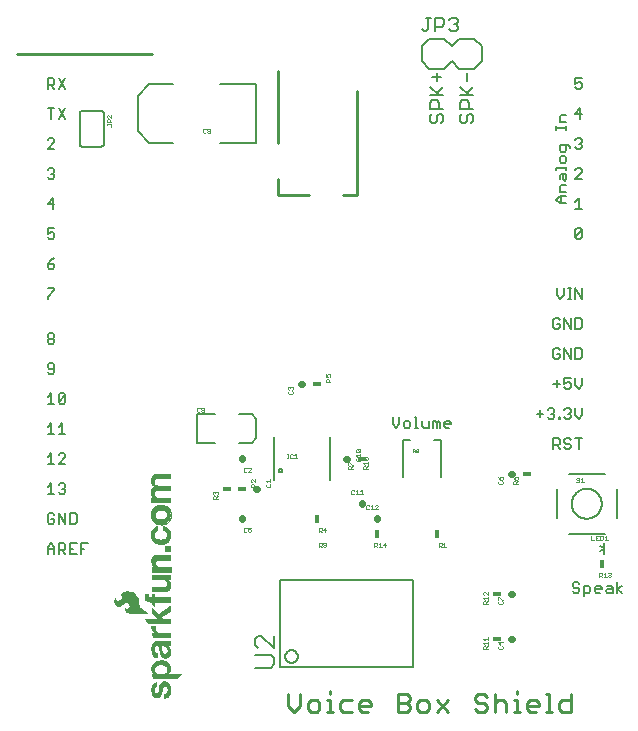
<source format=gbr>
G04 EAGLE Gerber RS-274X export*
G75*
%MOMM*%
%FSLAX34Y34*%
%LPD*%
%INSilkscreen Top*%
%IPPOS*%
%AMOC8*
5,1,8,0,0,1.08239X$1,22.5*%
G01*
%ADD10C,0.254000*%
%ADD11C,0.279400*%
%ADD12C,0.203200*%
%ADD13C,0.152400*%
%ADD14C,0.025400*%
%ADD15R,0.485100X0.495300*%
%ADD16C,0.177800*%
%ADD17R,0.457200X0.762000*%
%ADD18R,0.762000X0.457200*%
%ADD19C,0.558800*%
%ADD20C,0.127000*%

G36*
X123551Y97387D02*
X123551Y97387D01*
X123555Y97385D01*
X123595Y97406D01*
X123637Y97423D01*
X123639Y97428D01*
X123643Y97430D01*
X123656Y97473D01*
X123672Y97515D01*
X123670Y97520D01*
X123672Y97524D01*
X123636Y97594D01*
X123631Y97604D01*
X123630Y97605D01*
X118148Y102477D01*
X117366Y103331D01*
X116777Y104321D01*
X116650Y104672D01*
X116585Y105040D01*
X116585Y107315D01*
X116583Y107320D01*
X116585Y107326D01*
X116461Y108690D01*
X116455Y108700D01*
X116457Y108712D01*
X116089Y110031D01*
X116081Y110039D01*
X116080Y110052D01*
X115480Y111282D01*
X115473Y111289D01*
X115470Y111300D01*
X114653Y112457D01*
X114645Y112462D01*
X114642Y112471D01*
X113670Y113502D01*
X113662Y113506D01*
X113659Y113512D01*
X113658Y113513D01*
X113657Y113514D01*
X112550Y114399D01*
X112540Y114401D01*
X112533Y114410D01*
X110852Y115357D01*
X110841Y115358D01*
X110831Y115366D01*
X109007Y115994D01*
X108996Y115993D01*
X108985Y116000D01*
X107078Y116288D01*
X107067Y116285D01*
X107055Y116290D01*
X105127Y116229D01*
X105118Y116225D01*
X105106Y116227D01*
X104067Y116020D01*
X104059Y116015D01*
X104049Y116015D01*
X103051Y115657D01*
X103044Y115651D01*
X103033Y115650D01*
X102099Y115148D01*
X102092Y115139D01*
X102080Y115136D01*
X100943Y114229D01*
X100937Y114218D01*
X100924Y114211D01*
X100003Y113085D01*
X99991Y113042D01*
X99975Y113001D01*
X99977Y112996D01*
X99976Y112990D01*
X99998Y112952D01*
X100016Y112912D01*
X100022Y112909D01*
X100024Y112905D01*
X100053Y112897D01*
X100101Y112879D01*
X100981Y112879D01*
X101102Y112863D01*
X101204Y112819D01*
X101543Y112545D01*
X101792Y112184D01*
X101857Y112010D01*
X101915Y111472D01*
X101817Y110942D01*
X101568Y110454D01*
X100917Y109552D01*
X100563Y109140D01*
X100153Y108789D01*
X99695Y108506D01*
X99201Y108300D01*
X98901Y108241D01*
X98598Y108253D01*
X98079Y108410D01*
X97619Y108696D01*
X97249Y109091D01*
X96994Y109572D01*
X96856Y110062D01*
X96798Y110573D01*
X96798Y111176D01*
X96798Y111177D01*
X96789Y111199D01*
X96760Y111267D01*
X96668Y111302D01*
X96658Y111298D01*
X96583Y111264D01*
X96580Y111262D01*
X96579Y111261D01*
X96578Y111260D01*
X96558Y111239D01*
X96556Y111235D01*
X96553Y111234D01*
X96552Y111230D01*
X96547Y111228D01*
X96209Y110793D01*
X96205Y110778D01*
X96193Y110766D01*
X95972Y110262D01*
X95972Y110261D01*
X95820Y109905D01*
X95719Y109677D01*
X95719Y109667D01*
X95712Y109657D01*
X95492Y108779D01*
X95494Y108770D01*
X95489Y108760D01*
X95403Y107860D01*
X95407Y107850D01*
X95403Y107838D01*
X95469Y106970D01*
X95475Y106959D01*
X95474Y106946D01*
X95705Y106106D01*
X95713Y106096D01*
X95714Y106083D01*
X96102Y105303D01*
X96110Y105296D01*
X96113Y105285D01*
X96673Y104508D01*
X96680Y104504D01*
X96684Y104495D01*
X97342Y103799D01*
X97353Y103794D01*
X97361Y103783D01*
X97964Y103352D01*
X97979Y103349D01*
X97992Y103337D01*
X98684Y103070D01*
X98700Y103070D01*
X98715Y103062D01*
X99452Y102975D01*
X99467Y102980D01*
X99484Y102976D01*
X100219Y103075D01*
X100232Y103083D01*
X100249Y103083D01*
X100937Y103363D01*
X100946Y103372D01*
X100960Y103375D01*
X102718Y104562D01*
X102724Y104570D01*
X102734Y104574D01*
X104275Y106027D01*
X104710Y106397D01*
X105213Y106637D01*
X105761Y106739D01*
X106317Y106696D01*
X106842Y106510D01*
X107302Y106195D01*
X107667Y105770D01*
X107960Y105227D01*
X108158Y104641D01*
X108255Y104031D01*
X108220Y103320D01*
X108013Y102642D01*
X107648Y102036D01*
X107320Y101723D01*
X106916Y101517D01*
X106500Y101424D01*
X106072Y101424D01*
X105657Y101517D01*
X105519Y101589D01*
X105405Y101707D01*
X104806Y102531D01*
X104735Y102664D01*
X104707Y102802D01*
X104723Y102960D01*
X104709Y103003D01*
X104698Y103048D01*
X104694Y103050D01*
X104693Y103054D01*
X104652Y103074D01*
X104613Y103097D01*
X104609Y103096D01*
X104605Y103098D01*
X104562Y103083D01*
X104518Y103070D01*
X104516Y103067D01*
X104512Y103066D01*
X104493Y103028D01*
X104472Y102992D01*
X104396Y102509D01*
X104398Y102504D01*
X104395Y102499D01*
X104322Y101559D01*
X104324Y101553D01*
X104322Y101547D01*
X104323Y101544D01*
X104322Y101539D01*
X104395Y100599D01*
X104400Y100589D01*
X104399Y100577D01*
X104583Y99878D01*
X104591Y99868D01*
X104592Y99854D01*
X104913Y99206D01*
X104922Y99198D01*
X104926Y99184D01*
X105371Y98614D01*
X105382Y98608D01*
X105388Y98596D01*
X105938Y98126D01*
X105950Y98122D01*
X105959Y98111D01*
X106691Y97710D01*
X106704Y97709D01*
X106715Y97700D01*
X107514Y97460D01*
X107527Y97461D01*
X107540Y97455D01*
X108371Y97385D01*
X108377Y97387D01*
X108382Y97385D01*
X123546Y97385D01*
X123551Y97387D01*
G37*
G36*
X148494Y41837D02*
X148494Y41837D01*
X148501Y41835D01*
X148558Y41864D01*
X148579Y41873D01*
X148580Y41875D01*
X148582Y41876D01*
X152316Y46016D01*
X152331Y46061D01*
X152348Y46105D01*
X152347Y46107D01*
X152348Y46110D01*
X152327Y46152D01*
X152307Y46194D01*
X152305Y46195D01*
X152304Y46197D01*
X152282Y46204D01*
X152222Y46227D01*
X141118Y46227D01*
X141120Y46228D01*
X141836Y46748D01*
X141843Y46759D01*
X141856Y46766D01*
X142446Y47426D01*
X142450Y47438D01*
X142461Y47448D01*
X142898Y48217D01*
X142900Y48230D01*
X142909Y48242D01*
X143173Y49086D01*
X143172Y49097D01*
X143178Y49108D01*
X143333Y50325D01*
X143331Y50334D01*
X143334Y50343D01*
X143317Y51570D01*
X143314Y51578D01*
X143316Y51588D01*
X143127Y52800D01*
X143122Y52809D01*
X143122Y52820D01*
X142828Y53739D01*
X142821Y53747D01*
X142819Y53759D01*
X142373Y54615D01*
X142365Y54621D01*
X142362Y54633D01*
X141777Y55401D01*
X141768Y55406D01*
X141763Y55417D01*
X141056Y56074D01*
X141046Y56078D01*
X141039Y56088D01*
X139854Y56860D01*
X139844Y56862D01*
X139835Y56870D01*
X138535Y57426D01*
X138524Y57426D01*
X138514Y57433D01*
X137138Y57756D01*
X137127Y57754D01*
X137116Y57759D01*
X134901Y57877D01*
X134890Y57873D01*
X134878Y57876D01*
X132678Y57593D01*
X132668Y57588D01*
X132656Y57588D01*
X130543Y56914D01*
X130533Y56906D01*
X130520Y56904D01*
X129479Y56325D01*
X129471Y56314D01*
X129457Y56309D01*
X128567Y55517D01*
X128562Y55508D01*
X128552Y55501D01*
X127899Y54677D01*
X127897Y54669D01*
X127890Y54663D01*
X127349Y53761D01*
X127347Y53751D01*
X127339Y53742D01*
X126939Y52718D01*
X126939Y52705D01*
X126932Y52693D01*
X126749Y51608D01*
X126751Y51597D01*
X126747Y51585D01*
X126772Y49604D01*
X126777Y49593D01*
X126775Y49580D01*
X126877Y49098D01*
X126883Y49089D01*
X126883Y49077D01*
X127416Y47756D01*
X127423Y47749D01*
X127424Y47739D01*
X127657Y47345D01*
X127666Y47338D01*
X127671Y47326D01*
X127972Y46983D01*
X127978Y46980D01*
X127981Y46973D01*
X128590Y46413D01*
X128946Y46084D01*
X128947Y46084D01*
X128948Y46083D01*
X129097Y45949D01*
X127180Y45973D01*
X127165Y45967D01*
X127151Y45970D01*
X127122Y45950D01*
X127088Y45936D01*
X127083Y45922D01*
X127070Y45913D01*
X127063Y45872D01*
X127052Y45845D01*
X127056Y45835D01*
X127054Y45824D01*
X127790Y41938D01*
X127812Y41904D01*
X127829Y41868D01*
X127839Y41864D01*
X127845Y41856D01*
X127874Y41850D01*
X127914Y41835D01*
X148488Y41835D01*
X148494Y41837D01*
G37*
G36*
X142852Y190985D02*
X142852Y190985D01*
X142854Y190984D01*
X142897Y191004D01*
X142941Y191022D01*
X142941Y191024D01*
X142943Y191025D01*
X142976Y191110D01*
X142976Y195428D01*
X142975Y195430D01*
X142976Y195432D01*
X142956Y195475D01*
X142938Y195519D01*
X142936Y195519D01*
X142935Y195521D01*
X142850Y195554D01*
X133045Y195554D01*
X133042Y195553D01*
X133039Y195554D01*
X132417Y195524D01*
X131826Y195656D01*
X131288Y195939D01*
X130344Y196759D01*
X130078Y197113D01*
X129900Y197517D01*
X129818Y197957D01*
X129769Y198805D01*
X129800Y199282D01*
X129936Y199733D01*
X130169Y200141D01*
X130487Y200488D01*
X131034Y200858D01*
X131653Y201089D01*
X132316Y201169D01*
X142875Y201169D01*
X142877Y201170D01*
X142879Y201169D01*
X142922Y201189D01*
X142966Y201207D01*
X142966Y201209D01*
X142968Y201210D01*
X143001Y201295D01*
X143001Y205613D01*
X143000Y205615D01*
X143001Y205617D01*
X142981Y205660D01*
X142963Y205704D01*
X142961Y205704D01*
X142960Y205706D01*
X142875Y205739D01*
X133354Y205739D01*
X132251Y205814D01*
X131612Y205963D01*
X131017Y206236D01*
X130489Y206621D01*
X130203Y206939D01*
X129993Y207312D01*
X129867Y207721D01*
X129775Y208624D01*
X129843Y209528D01*
X129971Y209976D01*
X130197Y210382D01*
X130511Y210725D01*
X130894Y210986D01*
X131716Y211298D01*
X132596Y211405D01*
X142875Y211405D01*
X142877Y211406D01*
X142879Y211405D01*
X142922Y211425D01*
X142966Y211443D01*
X142966Y211445D01*
X142968Y211446D01*
X143001Y211531D01*
X143001Y215773D01*
X143000Y215775D01*
X143001Y215777D01*
X142981Y215820D01*
X142963Y215864D01*
X142961Y215864D01*
X142960Y215866D01*
X142875Y215899D01*
X131293Y215899D01*
X131284Y215896D01*
X131274Y215898D01*
X130178Y215729D01*
X130168Y215723D01*
X130153Y215723D01*
X129114Y215337D01*
X129105Y215328D01*
X129091Y215325D01*
X128152Y214737D01*
X128145Y214726D01*
X128131Y214721D01*
X127467Y214075D01*
X127462Y214063D01*
X127449Y214054D01*
X126942Y213280D01*
X126940Y213266D01*
X126929Y213255D01*
X126603Y212389D01*
X126603Y212378D01*
X126597Y212368D01*
X126348Y211108D01*
X126350Y211102D01*
X126346Y211094D01*
X126239Y209815D01*
X126242Y209805D01*
X126239Y209795D01*
X126300Y208901D01*
X126306Y208891D01*
X126304Y208877D01*
X126536Y208012D01*
X126543Y208002D01*
X126544Y207989D01*
X126938Y207184D01*
X126946Y207177D01*
X126948Y207165D01*
X127586Y206276D01*
X127594Y206272D01*
X127598Y206262D01*
X128357Y205474D01*
X128360Y205473D01*
X128361Y205470D01*
X128842Y205015D01*
X128884Y204973D01*
X128226Y204593D01*
X128219Y204583D01*
X128206Y204579D01*
X127537Y203997D01*
X127532Y203986D01*
X127520Y203979D01*
X126974Y203281D01*
X126971Y203269D01*
X126961Y203260D01*
X126558Y202470D01*
X126557Y202458D01*
X126549Y202447D01*
X126288Y201524D01*
X126289Y201512D01*
X126284Y201499D01*
X126214Y200542D01*
X126217Y200532D01*
X126214Y200521D01*
X126341Y199149D01*
X126345Y199142D01*
X126344Y199132D01*
X126598Y198040D01*
X126605Y198030D01*
X126606Y198017D01*
X127010Y197127D01*
X127022Y197117D01*
X127027Y197101D01*
X127639Y196339D01*
X127646Y196335D01*
X127649Y196327D01*
X128436Y195565D01*
X128439Y195564D01*
X128440Y195562D01*
X128445Y195560D01*
X128447Y195556D01*
X128843Y195254D01*
X128850Y195223D01*
X126797Y195223D01*
X126795Y195222D01*
X126793Y195223D01*
X126750Y195203D01*
X126706Y195185D01*
X126706Y195183D01*
X126704Y195182D01*
X126671Y195097D01*
X126671Y191110D01*
X126672Y191108D01*
X126671Y191106D01*
X126691Y191063D01*
X126709Y191019D01*
X126711Y191019D01*
X126712Y191017D01*
X126797Y190984D01*
X142850Y190984D01*
X142852Y190985D01*
G37*
G36*
X139018Y59210D02*
X139018Y59210D01*
X139031Y59207D01*
X140075Y59396D01*
X140084Y59402D01*
X140097Y59402D01*
X141090Y59775D01*
X141099Y59783D01*
X141111Y59785D01*
X141594Y60077D01*
X141601Y60086D01*
X141613Y60091D01*
X142033Y60468D01*
X142038Y60479D01*
X142049Y60486D01*
X142391Y60934D01*
X142395Y60947D01*
X142405Y60957D01*
X143011Y62226D01*
X143011Y62239D01*
X143020Y62252D01*
X143328Y63624D01*
X143326Y63636D01*
X143331Y63649D01*
X143369Y65284D01*
X143365Y65294D01*
X143368Y65305D01*
X143127Y66923D01*
X143121Y66932D01*
X143122Y66945D01*
X142770Y67980D01*
X142762Y67989D01*
X142760Y68001D01*
X142220Y68952D01*
X142211Y68960D01*
X142206Y68972D01*
X141503Y69799D01*
X141487Y69823D01*
X141486Y69832D01*
X141488Y69840D01*
X141494Y69847D01*
X141517Y69856D01*
X142546Y70083D01*
X142549Y70085D01*
X142552Y70084D01*
X142832Y70160D01*
X142846Y70171D01*
X142865Y70175D01*
X142901Y70196D01*
X142918Y70220D01*
X142921Y70223D01*
X142931Y70227D01*
X142934Y70235D01*
X142947Y70247D01*
X142966Y70284D01*
X142968Y70314D01*
X142979Y70352D01*
X142976Y70388D01*
X142976Y74422D01*
X142967Y74445D01*
X142967Y74470D01*
X142948Y74488D01*
X142938Y74513D01*
X142915Y74522D01*
X142897Y74539D01*
X142868Y74540D01*
X142846Y74548D01*
X142828Y74540D01*
X142806Y74540D01*
X142607Y74466D01*
X141312Y74117D01*
X139975Y74015D01*
X135637Y74040D01*
X135634Y74039D01*
X135632Y74040D01*
X135589Y74020D01*
X135556Y74007D01*
X135534Y74015D01*
X130708Y74015D01*
X130701Y74012D01*
X130693Y74014D01*
X129957Y73923D01*
X129944Y73916D01*
X129927Y73916D01*
X129236Y73649D01*
X129226Y73638D01*
X129209Y73634D01*
X128604Y73207D01*
X128596Y73194D01*
X128581Y73186D01*
X128098Y72624D01*
X128094Y72611D01*
X128083Y72601D01*
X127389Y71298D01*
X127388Y71286D01*
X127380Y71275D01*
X126955Y69861D01*
X126956Y69851D01*
X126951Y69842D01*
X126721Y68103D01*
X126723Y68095D01*
X126720Y68087D01*
X126712Y66333D01*
X126715Y66326D01*
X126712Y66317D01*
X126926Y64577D01*
X126930Y64569D01*
X126929Y64559D01*
X127263Y63330D01*
X127270Y63322D01*
X127270Y63311D01*
X127799Y62153D01*
X127808Y62145D01*
X127811Y62132D01*
X128385Y61315D01*
X128396Y61308D01*
X128402Y61295D01*
X128442Y61258D01*
X129116Y60627D01*
X129132Y60612D01*
X129144Y60608D01*
X129153Y60596D01*
X130006Y60077D01*
X130019Y60075D01*
X130030Y60065D01*
X130971Y59731D01*
X130984Y59732D01*
X130997Y59725D01*
X131888Y59603D01*
X131890Y59600D01*
X131890Y59599D01*
X131937Y59581D01*
X131982Y59564D01*
X131987Y59566D01*
X132066Y59599D01*
X132092Y59624D01*
X132109Y59664D01*
X132130Y59702D01*
X132128Y59708D01*
X132130Y59715D01*
X132113Y59755D01*
X132104Y59785D01*
X132104Y63932D01*
X132103Y63934D01*
X132104Y63936D01*
X132084Y63979D01*
X132066Y64023D01*
X132064Y64023D01*
X132063Y64025D01*
X131978Y64058D01*
X131936Y64058D01*
X131404Y64121D01*
X130909Y64305D01*
X130471Y64600D01*
X130115Y64990D01*
X129860Y65454D01*
X129695Y66015D01*
X129641Y66602D01*
X129691Y67957D01*
X129752Y68326D01*
X129880Y68672D01*
X130073Y68986D01*
X130307Y69239D01*
X130586Y69438D01*
X130900Y69577D01*
X131421Y69688D01*
X131952Y69688D01*
X132473Y69577D01*
X132570Y69535D01*
X132657Y69475D01*
X132918Y69191D01*
X133164Y68763D01*
X133329Y68294D01*
X133555Y66988D01*
X133783Y64782D01*
X133786Y64778D01*
X133785Y64773D01*
X134063Y63236D01*
X134067Y63228D01*
X134067Y63219D01*
X134551Y61734D01*
X134558Y61726D01*
X134559Y61714D01*
X134925Y61018D01*
X134935Y61010D01*
X134939Y60997D01*
X135437Y60387D01*
X135445Y60383D01*
X135449Y60374D01*
X135453Y60373D01*
X135455Y60369D01*
X136064Y59871D01*
X136075Y59868D01*
X136078Y59867D01*
X136088Y59856D01*
X136950Y59427D01*
X136965Y59426D01*
X136979Y59417D01*
X137920Y59211D01*
X137933Y59213D01*
X137947Y59208D01*
X139008Y59205D01*
X139018Y59210D01*
G37*
G36*
X142929Y88343D02*
X142929Y88343D01*
X142932Y88342D01*
X143015Y88379D01*
X143066Y88430D01*
X143068Y88433D01*
X143070Y88434D01*
X143103Y88519D01*
X143103Y92659D01*
X143102Y92661D01*
X143103Y92663D01*
X143083Y92706D01*
X143065Y92750D01*
X143063Y92750D01*
X143062Y92752D01*
X142977Y92785D01*
X137569Y92785D01*
X135962Y94440D01*
X142940Y98673D01*
X142951Y98688D01*
X142968Y98696D01*
X142981Y98730D01*
X142998Y98753D01*
X142996Y98766D01*
X143001Y98780D01*
X143026Y103860D01*
X143011Y103896D01*
X143003Y103934D01*
X142993Y103940D01*
X142988Y103951D01*
X142952Y103966D01*
X142919Y103986D01*
X142907Y103983D01*
X142897Y103987D01*
X142869Y103975D01*
X142830Y103966D01*
X132935Y97369D01*
X127369Y103060D01*
X127368Y103061D01*
X127367Y103063D01*
X127322Y103080D01*
X127278Y103098D01*
X127277Y103098D01*
X127275Y103098D01*
X127232Y103078D01*
X127188Y103059D01*
X127187Y103058D01*
X127186Y103057D01*
X127153Y102972D01*
X127153Y98298D01*
X127154Y98295D01*
X127153Y98292D01*
X127190Y98209D01*
X132664Y92734D01*
X121234Y92734D01*
X121202Y92721D01*
X121168Y92716D01*
X121158Y92702D01*
X121143Y92696D01*
X121131Y92664D01*
X121111Y92635D01*
X121113Y92618D01*
X121108Y92604D01*
X121119Y92579D01*
X121124Y92545D01*
X123486Y88405D01*
X123503Y88393D01*
X123511Y88375D01*
X123543Y88362D01*
X123565Y88346D01*
X123580Y88348D01*
X123596Y88342D01*
X142926Y88342D01*
X142929Y88343D01*
G37*
G36*
X138003Y115243D02*
X138003Y115243D01*
X138010Y115241D01*
X139109Y115342D01*
X139119Y115348D01*
X139132Y115346D01*
X140195Y115646D01*
X140204Y115653D01*
X140217Y115654D01*
X141207Y116142D01*
X141215Y116151D01*
X141227Y116155D01*
X142112Y116815D01*
X142119Y116825D01*
X142131Y116832D01*
X142359Y117086D01*
X142363Y117098D01*
X142374Y117106D01*
X142900Y118008D01*
X142902Y118020D01*
X142910Y118030D01*
X143253Y119016D01*
X143252Y119028D01*
X143259Y119040D01*
X143406Y120073D01*
X143403Y120083D01*
X143407Y120094D01*
X143406Y120168D01*
X143406Y120169D01*
X143403Y120295D01*
X143401Y120421D01*
X143398Y120547D01*
X143395Y120673D01*
X143395Y120674D01*
X143393Y120800D01*
X143377Y121588D01*
X143374Y121595D01*
X143376Y121604D01*
X143152Y123082D01*
X143147Y123090D01*
X143148Y123100D01*
X143067Y123362D01*
X143061Y123370D01*
X143060Y123382D01*
X142937Y123627D01*
X142930Y123634D01*
X142927Y123644D01*
X142268Y124574D01*
X142260Y124579D01*
X142257Y124588D01*
X141472Y125415D01*
X141464Y125418D01*
X141459Y125427D01*
X140818Y125934D01*
X142875Y125934D01*
X142877Y125935D01*
X142879Y125934D01*
X142922Y125954D01*
X142966Y125972D01*
X142966Y125974D01*
X142968Y125975D01*
X143001Y126060D01*
X143001Y130073D01*
X143000Y130075D01*
X143001Y130077D01*
X142981Y130120D01*
X142963Y130164D01*
X142961Y130164D01*
X142960Y130166D01*
X142875Y130199D01*
X127254Y130199D01*
X127252Y130198D01*
X127250Y130199D01*
X127207Y130179D01*
X127163Y130161D01*
X127163Y130159D01*
X127161Y130158D01*
X127128Y130073D01*
X127128Y125857D01*
X127129Y125855D01*
X127128Y125853D01*
X127148Y125810D01*
X127166Y125766D01*
X127168Y125766D01*
X127169Y125764D01*
X127254Y125731D01*
X135556Y125731D01*
X136786Y125655D01*
X137990Y125430D01*
X138540Y125221D01*
X139025Y124894D01*
X139422Y124463D01*
X139710Y123953D01*
X139922Y123262D01*
X139989Y122541D01*
X139909Y121822D01*
X139686Y121133D01*
X139461Y120738D01*
X139160Y120397D01*
X138798Y120125D01*
X138030Y119782D01*
X137200Y119633D01*
X127203Y119633D01*
X127201Y119632D01*
X127199Y119633D01*
X127156Y119613D01*
X127112Y119595D01*
X127112Y119593D01*
X127110Y119592D01*
X127077Y119507D01*
X127077Y115367D01*
X127078Y115365D01*
X127077Y115363D01*
X127097Y115320D01*
X127115Y115276D01*
X127117Y115276D01*
X127118Y115274D01*
X127203Y115241D01*
X137998Y115241D01*
X138003Y115243D01*
G37*
G36*
X142953Y132438D02*
X142953Y132438D01*
X142955Y132437D01*
X142998Y132457D01*
X143042Y132475D01*
X143042Y132477D01*
X143044Y132478D01*
X143077Y132563D01*
X143077Y136779D01*
X143076Y136781D01*
X143077Y136783D01*
X143057Y136826D01*
X143039Y136870D01*
X143037Y136870D01*
X143036Y136872D01*
X142951Y136905D01*
X133585Y136905D01*
X132802Y136986D01*
X132052Y137202D01*
X131373Y137565D01*
X130804Y138082D01*
X130490Y138539D01*
X130286Y139055D01*
X130199Y139611D01*
X130149Y140716D01*
X130166Y141032D01*
X130243Y141332D01*
X130460Y141767D01*
X130769Y142141D01*
X131156Y142437D01*
X131798Y142747D01*
X132486Y142938D01*
X133204Y143003D01*
X142850Y143003D01*
X142852Y143004D01*
X142854Y143003D01*
X142897Y143023D01*
X142941Y143041D01*
X142941Y143043D01*
X142943Y143044D01*
X142976Y143129D01*
X142976Y147218D01*
X142975Y147220D01*
X142976Y147222D01*
X142956Y147265D01*
X142938Y147309D01*
X142936Y147309D01*
X142935Y147311D01*
X142850Y147344D01*
X132309Y147344D01*
X132304Y147342D01*
X132299Y147344D01*
X131170Y147254D01*
X131162Y147250D01*
X131153Y147251D01*
X130046Y147011D01*
X130038Y147006D01*
X130028Y147006D01*
X129323Y146737D01*
X129315Y146729D01*
X129303Y146727D01*
X128654Y146343D01*
X128648Y146334D01*
X128636Y146330D01*
X128061Y145841D01*
X128056Y145830D01*
X128044Y145823D01*
X127426Y145038D01*
X127423Y145025D01*
X127411Y145014D01*
X126989Y144109D01*
X126988Y144095D01*
X126980Y144081D01*
X126774Y143104D01*
X126777Y143093D01*
X126772Y143081D01*
X126722Y141075D01*
X126726Y141065D01*
X126723Y141054D01*
X126878Y140002D01*
X126885Y139991D01*
X126885Y139977D01*
X127254Y138980D01*
X127263Y138970D01*
X127266Y138956D01*
X127833Y138058D01*
X127842Y138051D01*
X127846Y138040D01*
X128262Y137579D01*
X128270Y137576D01*
X128274Y137568D01*
X128747Y137166D01*
X128752Y137164D01*
X128754Y137160D01*
X129132Y136883D01*
X129268Y136769D01*
X129297Y136727D01*
X127229Y136727D01*
X127227Y136726D01*
X127225Y136727D01*
X127182Y136707D01*
X127138Y136689D01*
X127138Y136687D01*
X127136Y136686D01*
X127103Y136601D01*
X127103Y132563D01*
X127104Y132561D01*
X127103Y132559D01*
X127123Y132516D01*
X127141Y132472D01*
X127143Y132472D01*
X127144Y132470D01*
X127229Y132437D01*
X142951Y132437D01*
X142953Y132438D01*
G37*
G36*
X138374Y173281D02*
X138374Y173281D01*
X138394Y173294D01*
X138422Y173300D01*
X140911Y174900D01*
X140926Y174921D01*
X140950Y174939D01*
X142728Y177784D01*
X142732Y177808D01*
X142746Y177834D01*
X143152Y180831D01*
X143148Y180845D01*
X143153Y180861D01*
X142899Y183376D01*
X142892Y183388D01*
X142892Y183404D01*
X142257Y185258D01*
X142246Y185271D01*
X142241Y185290D01*
X141454Y186407D01*
X141446Y186412D01*
X141442Y186421D01*
X140299Y187615D01*
X140285Y187621D01*
X140275Y187635D01*
X138980Y188448D01*
X138963Y188451D01*
X138947Y188463D01*
X136483Y189149D01*
X136473Y189147D01*
X136464Y189152D01*
X134356Y189406D01*
X134342Y189402D01*
X134325Y189406D01*
X132140Y189126D01*
X132125Y189117D01*
X132105Y189116D01*
X129768Y188075D01*
X129756Y188062D01*
X129737Y188056D01*
X128467Y186964D01*
X128460Y186950D01*
X128445Y186940D01*
X127074Y184959D01*
X127071Y184943D01*
X127059Y184928D01*
X126500Y183302D01*
X126500Y183289D01*
X126494Y183277D01*
X126240Y181270D01*
X126242Y181261D01*
X126239Y181252D01*
X126239Y181251D01*
X126249Y181228D01*
X126255Y181215D01*
X126266Y181175D01*
X126275Y181171D01*
X126279Y181162D01*
X126280Y181161D01*
X126282Y181161D01*
X126328Y181142D01*
X126353Y181128D01*
X126358Y181130D01*
X126363Y181128D01*
X129335Y181078D01*
X129338Y181079D01*
X129341Y181078D01*
X129383Y181097D01*
X129426Y181115D01*
X129427Y181118D01*
X129430Y181119D01*
X129463Y181204D01*
X129463Y181300D01*
X129562Y182487D01*
X130075Y183440D01*
X130319Y183692D01*
X130320Y183692D01*
X130442Y183818D01*
X130687Y184071D01*
X130884Y184274D01*
X132496Y185018D01*
X134425Y185269D01*
X135850Y185269D01*
X137398Y184894D01*
X138608Y184351D01*
X139589Y183272D01*
X140181Y181521D01*
X139959Y179773D01*
X138951Y178125D01*
X137924Y177587D01*
X136776Y177213D01*
X135527Y177038D01*
X133668Y177088D01*
X132194Y177362D01*
X131305Y177758D01*
X130221Y178546D01*
X129586Y179694D01*
X129436Y180789D01*
X129414Y180826D01*
X129396Y180865D01*
X129389Y180868D01*
X129386Y180874D01*
X129356Y180881D01*
X129311Y180898D01*
X126390Y180898D01*
X126363Y180887D01*
X126334Y180885D01*
X126318Y180868D01*
X126299Y180860D01*
X126291Y180838D01*
X126273Y180818D01*
X126223Y180691D01*
X126223Y180669D01*
X126214Y180645D01*
X126214Y180594D01*
X126217Y180587D01*
X126215Y180579D01*
X126392Y179106D01*
X126402Y179088D01*
X126404Y179065D01*
X128081Y175687D01*
X128100Y175670D01*
X128116Y175644D01*
X130834Y173510D01*
X130858Y173503D01*
X130884Y173486D01*
X134440Y172673D01*
X134462Y172677D01*
X134488Y172671D01*
X138374Y173281D01*
G37*
G36*
X137928Y25402D02*
X137928Y25402D01*
X137931Y25401D01*
X138287Y25426D01*
X138293Y25429D01*
X138300Y25428D01*
X138884Y25530D01*
X138892Y25535D01*
X138903Y25534D01*
X140173Y25966D01*
X140180Y25973D01*
X140190Y25974D01*
X140786Y26283D01*
X140793Y26293D01*
X140806Y26297D01*
X141330Y26717D01*
X141335Y26728D01*
X141347Y26734D01*
X141778Y27249D01*
X141780Y27257D01*
X141787Y27262D01*
X142549Y28456D01*
X142551Y28464D01*
X142558Y28471D01*
X142955Y29328D01*
X142956Y29341D01*
X142964Y29353D01*
X143176Y30274D01*
X143174Y30283D01*
X143179Y30293D01*
X143357Y32859D01*
X143355Y32866D01*
X143357Y32872D01*
X143353Y32980D01*
X143349Y33106D01*
X143344Y33232D01*
X143340Y33358D01*
X143340Y33359D01*
X143336Y33485D01*
X143331Y33611D01*
X143327Y33737D01*
X143322Y33863D01*
X143322Y33864D01*
X143318Y33990D01*
X143313Y34116D01*
X143310Y34199D01*
X143308Y34205D01*
X143309Y34212D01*
X143127Y35526D01*
X143123Y35534D01*
X143124Y35543D01*
X142841Y36543D01*
X142834Y36552D01*
X142833Y36564D01*
X142382Y37499D01*
X142374Y37506D01*
X142371Y37518D01*
X141765Y38362D01*
X141756Y38367D01*
X141754Y38372D01*
X141753Y38372D01*
X141750Y38378D01*
X141007Y39104D01*
X140997Y39108D01*
X140989Y39119D01*
X140425Y39498D01*
X140414Y39500D01*
X140404Y39509D01*
X139779Y39775D01*
X139767Y39775D01*
X139756Y39783D01*
X139092Y39925D01*
X139083Y39924D01*
X139074Y39928D01*
X138033Y40004D01*
X138024Y40001D01*
X138013Y40004D01*
X136958Y39910D01*
X136945Y39903D01*
X136929Y39903D01*
X135926Y39566D01*
X135915Y39557D01*
X135900Y39554D01*
X135488Y39302D01*
X135481Y39292D01*
X135467Y39286D01*
X135117Y38954D01*
X135113Y38943D01*
X135102Y38937D01*
X134594Y38245D01*
X134592Y38237D01*
X134584Y38230D01*
X134179Y37474D01*
X134178Y37465D01*
X134172Y37458D01*
X133562Y35802D01*
X133562Y35794D01*
X133557Y35786D01*
X133176Y34063D01*
X133176Y34062D01*
X133175Y34061D01*
X132771Y32038D01*
X132499Y31286D01*
X132083Y30611D01*
X131790Y30328D01*
X131429Y30144D01*
X131060Y30079D01*
X130688Y30127D01*
X130346Y30282D01*
X130078Y30515D01*
X129883Y30816D01*
X129726Y31240D01*
X129641Y31689D01*
X129597Y32538D01*
X129641Y33385D01*
X129739Y33881D01*
X129928Y34348D01*
X130199Y34771D01*
X130463Y35046D01*
X130776Y35264D01*
X131128Y35414D01*
X131371Y35469D01*
X131631Y35485D01*
X131673Y35506D01*
X131716Y35526D01*
X131717Y35528D01*
X131719Y35529D01*
X131725Y35548D01*
X131749Y35611D01*
X131749Y39497D01*
X131746Y39506D01*
X131748Y39514D01*
X131727Y39550D01*
X131711Y39588D01*
X131702Y39591D01*
X131697Y39599D01*
X131646Y39613D01*
X131619Y39623D01*
X131615Y39621D01*
X131610Y39623D01*
X130899Y39547D01*
X130889Y39541D01*
X130878Y39543D01*
X130872Y39538D01*
X130865Y39538D01*
X130852Y39546D01*
X130832Y39541D01*
X130817Y39541D01*
X130814Y39539D01*
X130792Y39540D01*
X130234Y39337D01*
X130230Y39333D01*
X130225Y39333D01*
X129437Y38977D01*
X129431Y38970D01*
X129420Y38968D01*
X128978Y38682D01*
X128973Y38674D01*
X128963Y38670D01*
X128568Y38322D01*
X128563Y38312D01*
X128552Y38305D01*
X127795Y37346D01*
X127792Y37333D01*
X127781Y37323D01*
X127243Y36226D01*
X127242Y36214D01*
X127234Y36203D01*
X126866Y34852D01*
X126867Y34842D01*
X126862Y34832D01*
X126722Y33439D01*
X126724Y33433D01*
X126722Y33426D01*
X126722Y31623D01*
X126724Y31617D01*
X126722Y31609D01*
X126877Y30180D01*
X126883Y30170D01*
X126882Y30157D01*
X127293Y28779D01*
X127300Y28770D01*
X127301Y28758D01*
X127955Y27477D01*
X127964Y27469D01*
X127967Y27457D01*
X128337Y26981D01*
X128347Y26975D01*
X128353Y26963D01*
X128808Y26569D01*
X128819Y26565D01*
X128828Y26554D01*
X129350Y26255D01*
X129363Y26254D01*
X129373Y26245D01*
X130457Y25887D01*
X130469Y25888D01*
X130482Y25882D01*
X131616Y25753D01*
X131628Y25756D01*
X131642Y25753D01*
X132778Y25858D01*
X132789Y25864D01*
X132803Y25863D01*
X133292Y26015D01*
X133302Y26023D01*
X133316Y26025D01*
X133763Y26274D01*
X133771Y26285D01*
X133785Y26289D01*
X134170Y26626D01*
X134175Y26636D01*
X134186Y26642D01*
X134723Y27319D01*
X134726Y27328D01*
X134734Y27335D01*
X135161Y28086D01*
X135162Y28095D01*
X135169Y28103D01*
X135475Y28911D01*
X135475Y28919D01*
X135480Y28927D01*
X136343Y32558D01*
X136649Y33732D01*
X137119Y34839D01*
X137350Y35175D01*
X137654Y35441D01*
X138016Y35621D01*
X138411Y35706D01*
X138815Y35689D01*
X139200Y35572D01*
X139545Y35364D01*
X139829Y35076D01*
X140141Y34563D01*
X140338Y33996D01*
X140412Y33393D01*
X140412Y32063D01*
X140339Y31501D01*
X140122Y30914D01*
X139785Y30387D01*
X139342Y29945D01*
X138928Y29690D01*
X138466Y29543D01*
X137969Y29514D01*
X137922Y29514D01*
X137920Y29513D01*
X137918Y29514D01*
X137875Y29494D01*
X137831Y29476D01*
X137831Y29474D01*
X137829Y29473D01*
X137796Y29388D01*
X137796Y25527D01*
X137798Y25521D01*
X137796Y25514D01*
X137803Y25502D01*
X137802Y25488D01*
X137803Y25486D01*
X137803Y25485D01*
X137823Y25463D01*
X137834Y25436D01*
X137841Y25434D01*
X137844Y25428D01*
X137858Y25423D01*
X137867Y25413D01*
X137868Y25413D01*
X137870Y25412D01*
X137897Y25411D01*
X137904Y25409D01*
X137926Y25401D01*
X137928Y25402D01*
G37*
G36*
X135946Y155579D02*
X135946Y155579D01*
X135956Y155577D01*
X137172Y155722D01*
X137180Y155727D01*
X137191Y155726D01*
X138369Y156060D01*
X138377Y156066D01*
X138388Y156067D01*
X139498Y156581D01*
X139505Y156589D01*
X139516Y156591D01*
X140532Y157273D01*
X140538Y157282D01*
X140548Y157286D01*
X141371Y158057D01*
X141375Y158066D01*
X141385Y158072D01*
X142069Y158968D01*
X142072Y158978D01*
X142081Y158986D01*
X142607Y159983D01*
X142608Y159993D01*
X142615Y160002D01*
X142970Y161072D01*
X142969Y161081D01*
X142974Y161090D01*
X143256Y162654D01*
X143255Y162661D01*
X143258Y162668D01*
X143357Y164254D01*
X143354Y164263D01*
X143357Y164272D01*
X143261Y165455D01*
X143257Y165464D01*
X143258Y165475D01*
X142976Y166628D01*
X142970Y166636D01*
X142970Y166647D01*
X142508Y167740D01*
X142500Y167748D01*
X142497Y167760D01*
X141677Y169008D01*
X141666Y169015D01*
X141660Y169028D01*
X140602Y170081D01*
X140590Y170085D01*
X140582Y170097D01*
X139331Y170912D01*
X139318Y170914D01*
X139308Y170924D01*
X137917Y171466D01*
X137906Y171465D01*
X137896Y171472D01*
X137431Y171567D01*
X137422Y171565D01*
X137414Y171569D01*
X136939Y171601D01*
X136935Y171600D01*
X136931Y171601D01*
X136881Y171601D01*
X136879Y171600D01*
X136877Y171601D01*
X136834Y171581D01*
X136790Y171563D01*
X136790Y171561D01*
X136788Y171560D01*
X136755Y171475D01*
X136755Y167411D01*
X136771Y167372D01*
X136783Y167332D01*
X136790Y167327D01*
X136793Y167320D01*
X136822Y167309D01*
X136862Y167286D01*
X137538Y167182D01*
X138175Y166967D01*
X138765Y166646D01*
X139197Y166288D01*
X139542Y165845D01*
X139810Y165315D01*
X139983Y164746D01*
X140056Y164156D01*
X140015Y163355D01*
X139834Y162576D01*
X139504Y161868D01*
X139015Y161260D01*
X138396Y160785D01*
X137679Y160470D01*
X136155Y160124D01*
X134595Y159995D01*
X133454Y160088D01*
X132351Y160393D01*
X131326Y160898D01*
X130415Y161585D01*
X130125Y161932D01*
X129939Y162346D01*
X129758Y163167D01*
X129692Y164007D01*
X129775Y164839D01*
X130036Y165631D01*
X130334Y166124D01*
X130426Y166219D01*
X130672Y166472D01*
X130735Y166537D01*
X131220Y166848D01*
X131762Y167041D01*
X132341Y167108D01*
X132359Y167108D01*
X132361Y167109D01*
X132363Y167108D01*
X132406Y167128D01*
X132450Y167146D01*
X132450Y167148D01*
X132452Y167149D01*
X132485Y167234D01*
X132485Y171425D01*
X132479Y171439D01*
X132482Y171453D01*
X132461Y171482D01*
X132447Y171516D01*
X132433Y171521D01*
X132424Y171533D01*
X132383Y171540D01*
X132355Y171551D01*
X132346Y171547D01*
X132335Y171549D01*
X131127Y171312D01*
X131119Y171307D01*
X131108Y171307D01*
X129953Y170883D01*
X129945Y170874D01*
X129932Y170872D01*
X128866Y170232D01*
X128858Y170221D01*
X128844Y170215D01*
X127941Y169360D01*
X127935Y169347D01*
X127923Y169339D01*
X127226Y168308D01*
X127224Y168295D01*
X127213Y168284D01*
X126756Y167127D01*
X126756Y167118D01*
X126750Y167109D01*
X126431Y165698D01*
X126432Y165692D01*
X126429Y165687D01*
X126240Y164253D01*
X126242Y164244D01*
X126239Y164234D01*
X126262Y162692D01*
X126268Y162681D01*
X126265Y162667D01*
X126598Y161161D01*
X126605Y161151D01*
X126605Y161137D01*
X127217Y159746D01*
X127226Y159738D01*
X127229Y159725D01*
X128094Y158476D01*
X128104Y158469D01*
X128110Y158457D01*
X129198Y157396D01*
X129209Y157392D01*
X129216Y157381D01*
X130487Y156547D01*
X130498Y156545D01*
X130508Y156536D01*
X131914Y155959D01*
X131926Y155959D01*
X131937Y155952D01*
X133427Y155654D01*
X133438Y155656D01*
X133448Y155652D01*
X135937Y155576D01*
X135946Y155579D01*
G37*
G36*
X129969Y102637D02*
X129969Y102637D01*
X130013Y102657D01*
X130014Y102658D01*
X130047Y102742D01*
X130071Y106605D01*
X142951Y106605D01*
X142953Y106606D01*
X142955Y106605D01*
X142998Y106625D01*
X143042Y106643D01*
X143042Y106645D01*
X143044Y106646D01*
X143077Y106731D01*
X143077Y110896D01*
X143076Y110898D01*
X143077Y110900D01*
X143057Y110943D01*
X143039Y110987D01*
X143037Y110987D01*
X143036Y110989D01*
X142951Y111022D01*
X130047Y111022D01*
X130047Y113894D01*
X130046Y113896D01*
X130047Y113898D01*
X130027Y113941D01*
X130009Y113985D01*
X130007Y113985D01*
X130006Y113987D01*
X129921Y114020D01*
X127254Y114020D01*
X127252Y114019D01*
X127250Y114020D01*
X127207Y114000D01*
X127163Y113982D01*
X127163Y113980D01*
X127161Y113979D01*
X127128Y113894D01*
X127128Y111048D01*
X125866Y111048D01*
X125404Y111111D01*
X124981Y111286D01*
X124749Y111468D01*
X124579Y111708D01*
X124482Y111990D01*
X124399Y112890D01*
X124484Y113805D01*
X124510Y114085D01*
X124508Y114091D01*
X124510Y114097D01*
X124510Y114173D01*
X124509Y114175D01*
X124510Y114177D01*
X124490Y114220D01*
X124472Y114264D01*
X124470Y114264D01*
X124469Y114266D01*
X124384Y114299D01*
X121361Y114299D01*
X121359Y114298D01*
X121357Y114299D01*
X121314Y114279D01*
X121270Y114261D01*
X121270Y114259D01*
X121268Y114258D01*
X121235Y114173D01*
X121235Y114151D01*
X121159Y112834D01*
X121160Y112831D01*
X121159Y112827D01*
X121159Y111277D01*
X121163Y111267D01*
X121161Y111256D01*
X121335Y110243D01*
X121342Y110233D01*
X121342Y110219D01*
X121711Y109261D01*
X121719Y109252D01*
X121722Y109239D01*
X122272Y108371D01*
X122282Y108364D01*
X122287Y108352D01*
X122997Y107609D01*
X123008Y107604D01*
X123015Y107593D01*
X123492Y107253D01*
X123503Y107251D01*
X123512Y107242D01*
X124043Y106993D01*
X124054Y106993D01*
X124064Y106985D01*
X124631Y106837D01*
X124642Y106838D01*
X124653Y106833D01*
X126787Y106656D01*
X126788Y106657D01*
X126794Y106657D01*
X126797Y106656D01*
X127128Y106656D01*
X127128Y105410D01*
X127129Y105407D01*
X127128Y105404D01*
X127165Y105321D01*
X129832Y102654D01*
X129832Y102653D01*
X129833Y102653D01*
X129878Y102635D01*
X129923Y102617D01*
X129924Y102617D01*
X129969Y102637D01*
G37*
G36*
X142852Y76481D02*
X142852Y76481D01*
X142854Y76480D01*
X142897Y76500D01*
X142941Y76518D01*
X142941Y76520D01*
X142943Y76521D01*
X142976Y76606D01*
X142976Y80772D01*
X142975Y80774D01*
X142976Y80776D01*
X142956Y80819D01*
X142938Y80863D01*
X142936Y80863D01*
X142935Y80865D01*
X142850Y80898D01*
X135031Y80898D01*
X134185Y80971D01*
X133366Y81171D01*
X132573Y81532D01*
X131881Y82057D01*
X131321Y82724D01*
X131057Y83203D01*
X130876Y83721D01*
X130784Y84263D01*
X130784Y85788D01*
X130909Y86385D01*
X130908Y86388D01*
X130910Y86391D01*
X130935Y86543D01*
X130932Y86552D01*
X130936Y86563D01*
X130936Y86589D01*
X130935Y86591D01*
X130936Y86593D01*
X130916Y86636D01*
X130898Y86680D01*
X130896Y86680D01*
X130895Y86682D01*
X130810Y86715D01*
X126949Y86715D01*
X126905Y86697D01*
X126860Y86679D01*
X126860Y86677D01*
X126858Y86677D01*
X126852Y86660D01*
X126823Y86596D01*
X126747Y85224D01*
X126751Y85214D01*
X126748Y85202D01*
X126832Y84501D01*
X126838Y84491D01*
X126837Y84477D01*
X127060Y83807D01*
X127069Y83798D01*
X127071Y83784D01*
X127424Y83173D01*
X127427Y83171D01*
X127428Y83167D01*
X128013Y82278D01*
X128016Y82275D01*
X128018Y82270D01*
X128320Y81876D01*
X128332Y81869D01*
X128340Y81855D01*
X128723Y81539D01*
X128729Y81537D01*
X128734Y81531D01*
X129776Y80845D01*
X130044Y80666D01*
X130059Y80619D01*
X127279Y80619D01*
X127266Y80614D01*
X127253Y80617D01*
X127223Y80595D01*
X127188Y80581D01*
X127183Y80568D01*
X127172Y80560D01*
X127164Y80517D01*
X127153Y80489D01*
X127157Y80481D01*
X127155Y80471D01*
X127841Y76610D01*
X127863Y76576D01*
X127880Y76539D01*
X127889Y76535D01*
X127894Y76527D01*
X127924Y76522D01*
X127965Y76506D01*
X142850Y76480D01*
X142852Y76481D01*
G37*
%LPC*%
G36*
X132975Y46159D02*
X132975Y46159D01*
X132201Y46426D01*
X131494Y46839D01*
X130814Y47437D01*
X130258Y48149D01*
X130096Y48487D01*
X130022Y48859D01*
X129972Y49934D01*
X130017Y50501D01*
X130173Y51043D01*
X130433Y51543D01*
X131063Y52302D01*
X131849Y52899D01*
X132748Y53302D01*
X133718Y53493D01*
X135689Y53496D01*
X137636Y53192D01*
X138397Y52903D01*
X139055Y52431D01*
X139571Y51805D01*
X139909Y51066D01*
X140088Y50175D01*
X140082Y49265D01*
X139930Y48543D01*
X139640Y47865D01*
X139277Y47356D01*
X138808Y46944D01*
X138244Y46645D01*
X138240Y46639D01*
X138233Y46638D01*
X138157Y46587D01*
X138156Y46586D01*
X138155Y46586D01*
X138095Y46544D01*
X138036Y46532D01*
X137998Y46532D01*
X137997Y46532D01*
X137996Y46532D01*
X137952Y46513D01*
X137907Y46494D01*
X137907Y46493D01*
X137906Y46492D01*
X137889Y46447D01*
X137881Y46425D01*
X137876Y46425D01*
X137841Y46434D01*
X137804Y46429D01*
X137794Y46423D01*
X137780Y46424D01*
X137105Y46199D01*
X136336Y46075D01*
X133790Y46049D01*
X132975Y46159D01*
G37*
%LPD*%
%LPC*%
G36*
X137787Y63646D02*
X137787Y63646D01*
X137245Y63866D01*
X136947Y64070D01*
X136703Y64338D01*
X136419Y64812D01*
X136222Y65330D01*
X136117Y65880D01*
X135965Y67323D01*
X135963Y67327D01*
X135963Y67331D01*
X135794Y68323D01*
X135790Y68329D01*
X135791Y68338D01*
X135503Y69302D01*
X135496Y69311D01*
X135494Y69324D01*
X135387Y69531D01*
X135375Y69541D01*
X135369Y69557D01*
X135242Y69699D01*
X135534Y69699D01*
X135536Y69700D01*
X135538Y69699D01*
X135581Y69719D01*
X135583Y69719D01*
X135636Y69699D01*
X136470Y69699D01*
X137559Y69629D01*
X138629Y69422D01*
X138794Y69375D01*
X139043Y69268D01*
X139262Y69118D01*
X139981Y68374D01*
X140166Y68083D01*
X140288Y67761D01*
X140437Y66719D01*
X140387Y65191D01*
X140290Y64730D01*
X140087Y64309D01*
X139790Y63947D01*
X139540Y63756D01*
X139255Y63621D01*
X138947Y63550D01*
X138363Y63539D01*
X137787Y63646D01*
G37*
%LPD*%
D10*
X12700Y571500D02*
X127000Y571500D01*
D11*
X242697Y29096D02*
X242697Y19097D01*
X247697Y14097D01*
X252696Y19097D01*
X252696Y29096D01*
X261568Y14097D02*
X266568Y14097D01*
X269068Y16597D01*
X269068Y21596D01*
X266568Y24096D01*
X261568Y24096D01*
X259069Y21596D01*
X259069Y16597D01*
X261568Y14097D01*
X275440Y24096D02*
X277940Y24096D01*
X277940Y14097D01*
X275440Y14097D02*
X280440Y14097D01*
X277940Y29096D02*
X277940Y31596D01*
X288854Y24096D02*
X296354Y24096D01*
X288854Y24096D02*
X286355Y21596D01*
X286355Y16597D01*
X288854Y14097D01*
X296354Y14097D01*
X305226Y14097D02*
X310225Y14097D01*
X305226Y14097D02*
X302726Y16597D01*
X302726Y21596D01*
X305226Y24096D01*
X310225Y24096D01*
X312725Y21596D01*
X312725Y19097D01*
X302726Y19097D01*
X335469Y14097D02*
X335469Y29096D01*
X342969Y29096D01*
X345468Y26596D01*
X345468Y24096D01*
X342969Y21596D01*
X345468Y19097D01*
X345468Y16597D01*
X342969Y14097D01*
X335469Y14097D01*
X335469Y21596D02*
X342969Y21596D01*
X354341Y14097D02*
X359340Y14097D01*
X361840Y16597D01*
X361840Y21596D01*
X359340Y24096D01*
X354341Y24096D01*
X351841Y21596D01*
X351841Y16597D01*
X354341Y14097D01*
X368212Y24096D02*
X378212Y14097D01*
X378212Y24096D02*
X368212Y14097D01*
X408455Y29096D02*
X410955Y26596D01*
X408455Y29096D02*
X403455Y29096D01*
X400955Y26596D01*
X400955Y24096D01*
X403455Y21596D01*
X408455Y21596D01*
X410955Y19097D01*
X410955Y16597D01*
X408455Y14097D01*
X403455Y14097D01*
X400955Y16597D01*
X417327Y14097D02*
X417327Y29096D01*
X419827Y24096D02*
X417327Y21596D01*
X419827Y24096D02*
X424826Y24096D01*
X427326Y21596D01*
X427326Y14097D01*
X433699Y24096D02*
X436198Y24096D01*
X436198Y14097D01*
X433699Y14097D02*
X438698Y14097D01*
X436198Y29096D02*
X436198Y31596D01*
X447113Y14097D02*
X452112Y14097D01*
X447113Y14097D02*
X444613Y16597D01*
X444613Y21596D01*
X447113Y24096D01*
X452112Y24096D01*
X454612Y21596D01*
X454612Y19097D01*
X444613Y19097D01*
X460985Y29096D02*
X463484Y29096D01*
X463484Y14097D01*
X460985Y14097D02*
X465984Y14097D01*
X481898Y14097D02*
X481898Y29096D01*
X481898Y14097D02*
X474399Y14097D01*
X471899Y16597D01*
X471899Y21596D01*
X474399Y24096D01*
X481898Y24096D01*
D12*
X362957Y518379D02*
X364736Y520158D01*
X362957Y518379D02*
X362957Y514820D01*
X364736Y513040D01*
X366516Y513040D01*
X368295Y514820D01*
X368295Y518379D01*
X370075Y520158D01*
X371855Y520158D01*
X373634Y518379D01*
X373634Y514820D01*
X371855Y513040D01*
X373634Y524734D02*
X362957Y524734D01*
X362957Y530073D01*
X364736Y531852D01*
X368295Y531852D01*
X370075Y530073D01*
X370075Y524734D01*
X373634Y536428D02*
X362957Y536428D01*
X370075Y536428D02*
X362957Y543546D01*
X368295Y538207D02*
X373634Y543546D01*
X368295Y548122D02*
X368295Y555240D01*
X364736Y551681D02*
X371855Y551681D01*
X390136Y520158D02*
X388357Y518379D01*
X388357Y514820D01*
X390136Y513040D01*
X391916Y513040D01*
X393695Y514820D01*
X393695Y518379D01*
X395475Y520158D01*
X397255Y520158D01*
X399034Y518379D01*
X399034Y514820D01*
X397255Y513040D01*
X399034Y524734D02*
X388357Y524734D01*
X388357Y530073D01*
X390136Y531852D01*
X393695Y531852D01*
X395475Y530073D01*
X395475Y524734D01*
X399034Y536428D02*
X388357Y536428D01*
X395475Y536428D02*
X388357Y543546D01*
X393695Y538207D02*
X399034Y543546D01*
X393695Y548122D02*
X393695Y555240D01*
D13*
X487684Y123705D02*
X489124Y122265D01*
X487684Y123705D02*
X484803Y123705D01*
X483362Y122265D01*
X483362Y120824D01*
X484803Y119384D01*
X487684Y119384D01*
X489124Y117943D01*
X489124Y116503D01*
X487684Y115062D01*
X484803Y115062D01*
X483362Y116503D01*
X492717Y120824D02*
X492717Y112181D01*
X492717Y120824D02*
X497039Y120824D01*
X498479Y119384D01*
X498479Y116503D01*
X497039Y115062D01*
X492717Y115062D01*
X503513Y115062D02*
X506394Y115062D01*
X503513Y115062D02*
X502072Y116503D01*
X502072Y119384D01*
X503513Y120824D01*
X506394Y120824D01*
X507835Y119384D01*
X507835Y117943D01*
X502072Y117943D01*
X512868Y120824D02*
X515749Y120824D01*
X517190Y119384D01*
X517190Y115062D01*
X512868Y115062D01*
X511428Y116503D01*
X512868Y117943D01*
X517190Y117943D01*
X520783Y115062D02*
X520783Y123705D01*
X520783Y117943D02*
X525104Y115062D01*
X520783Y117943D02*
X525104Y120824D01*
X330962Y257643D02*
X330962Y263405D01*
X330962Y257643D02*
X333843Y254762D01*
X336724Y257643D01*
X336724Y263405D01*
X341758Y254762D02*
X344639Y254762D01*
X346079Y256203D01*
X346079Y259084D01*
X344639Y260524D01*
X341758Y260524D01*
X340317Y259084D01*
X340317Y256203D01*
X341758Y254762D01*
X349672Y263405D02*
X351113Y263405D01*
X351113Y254762D01*
X349672Y254762D02*
X352554Y254762D01*
X355909Y256203D02*
X355909Y260524D01*
X355909Y256203D02*
X357350Y254762D01*
X361671Y254762D01*
X361671Y260524D01*
X365264Y260524D02*
X365264Y254762D01*
X365264Y260524D02*
X366705Y260524D01*
X368145Y259084D01*
X368145Y254762D01*
X368145Y259084D02*
X369586Y260524D01*
X371027Y259084D01*
X371027Y254762D01*
X376060Y254762D02*
X378941Y254762D01*
X376060Y254762D02*
X374620Y256203D01*
X374620Y259084D01*
X376060Y260524D01*
X378941Y260524D01*
X380382Y259084D01*
X380382Y257643D01*
X374620Y257643D01*
D14*
X142951Y132563D02*
X127229Y132563D01*
X127229Y136601D01*
X129438Y136601D01*
X129438Y136677D01*
X129436Y136705D01*
X129432Y136733D01*
X129423Y136760D01*
X129412Y136786D01*
X129398Y136811D01*
X129381Y136834D01*
X129362Y136855D01*
X129313Y136899D01*
X129262Y136942D01*
X129210Y136982D01*
X128829Y137262D01*
X128731Y137337D01*
X128634Y137415D01*
X128539Y137496D01*
X128447Y137579D01*
X128356Y137664D01*
X128268Y137752D01*
X128183Y137842D01*
X128099Y137934D01*
X128019Y138028D01*
X127940Y138125D01*
X127940Y138124D02*
X127855Y138235D01*
X127774Y138347D01*
X127695Y138462D01*
X127620Y138579D01*
X127548Y138697D01*
X127479Y138818D01*
X127414Y138940D01*
X127351Y139065D01*
X127293Y139191D01*
X127237Y139318D01*
X127186Y139447D01*
X127137Y139577D01*
X127093Y139709D01*
X127052Y139841D01*
X127014Y139975D01*
X126980Y140110D01*
X126950Y140245D01*
X126924Y140382D01*
X126901Y140519D01*
X126882Y140656D01*
X126867Y140795D01*
X126855Y140933D01*
X126848Y141072D01*
X126838Y141407D01*
X126835Y141741D01*
X126840Y142076D01*
X126852Y142410D01*
X126871Y142744D01*
X126898Y143078D01*
X126912Y143208D01*
X126930Y143338D01*
X126952Y143466D01*
X126977Y143594D01*
X127007Y143721D01*
X127040Y143848D01*
X127077Y143973D01*
X127118Y144097D01*
X127162Y144220D01*
X127210Y144341D01*
X127262Y144461D01*
X127317Y144579D01*
X127376Y144696D01*
X127438Y144810D01*
X127503Y144923D01*
X127572Y145034D01*
X127645Y145143D01*
X127720Y145249D01*
X127799Y145353D01*
X127880Y145455D01*
X127965Y145554D01*
X128053Y145651D01*
X128143Y145745D01*
X128233Y145833D01*
X128326Y145919D01*
X128420Y146002D01*
X128517Y146082D01*
X128617Y146159D01*
X128718Y146234D01*
X128822Y146306D01*
X128927Y146374D01*
X129035Y146440D01*
X129144Y146503D01*
X129255Y146562D01*
X129368Y146619D01*
X129482Y146672D01*
X129598Y146722D01*
X129715Y146768D01*
X129833Y146812D01*
X129953Y146851D01*
X130073Y146888D01*
X130272Y146943D01*
X130472Y146992D01*
X130673Y147037D01*
X130875Y147077D01*
X131078Y147112D01*
X131282Y147142D01*
X131487Y147167D01*
X131692Y147188D01*
X131897Y147203D01*
X132103Y147213D01*
X132309Y147218D01*
X142850Y147218D01*
X142850Y143129D01*
X133198Y143129D01*
X133075Y143127D01*
X132952Y143122D01*
X132829Y143112D01*
X132706Y143100D01*
X132585Y143083D01*
X132463Y143063D01*
X132342Y143039D01*
X132222Y143011D01*
X132103Y142980D01*
X131985Y142946D01*
X131868Y142908D01*
X131752Y142866D01*
X131638Y142821D01*
X131525Y142772D01*
X131413Y142720D01*
X131303Y142665D01*
X131195Y142607D01*
X131089Y142545D01*
X131012Y142497D01*
X130937Y142445D01*
X130864Y142391D01*
X130794Y142334D01*
X130725Y142274D01*
X130659Y142211D01*
X130596Y142146D01*
X130535Y142078D01*
X130478Y142008D01*
X130423Y141936D01*
X130371Y141861D01*
X130321Y141785D01*
X130276Y141706D01*
X130233Y141626D01*
X130193Y141544D01*
X130157Y141461D01*
X130124Y141376D01*
X130100Y141305D01*
X130079Y141234D01*
X130061Y141161D01*
X130047Y141088D01*
X130035Y141014D01*
X130027Y140940D01*
X130022Y140865D01*
X130021Y140791D01*
X130023Y140716D01*
X130022Y140716D02*
X130072Y139598D01*
X130073Y139598D02*
X130080Y139501D01*
X130089Y139404D01*
X130102Y139308D01*
X130119Y139212D01*
X130140Y139116D01*
X130163Y139022D01*
X130191Y138928D01*
X130222Y138836D01*
X130256Y138745D01*
X130294Y138655D01*
X130334Y138567D01*
X130379Y138480D01*
X130426Y138395D01*
X130477Y138311D01*
X130530Y138230D01*
X130587Y138151D01*
X130646Y138073D01*
X130708Y137999D01*
X130709Y137998D02*
X130780Y137919D01*
X130853Y137841D01*
X130930Y137766D01*
X131008Y137694D01*
X131089Y137624D01*
X131172Y137557D01*
X131257Y137493D01*
X131344Y137431D01*
X131434Y137373D01*
X131525Y137317D01*
X131618Y137264D01*
X131712Y137214D01*
X131808Y137168D01*
X131906Y137124D01*
X132005Y137084D01*
X132004Y137084D02*
X132120Y137041D01*
X132238Y137001D01*
X132356Y136964D01*
X132476Y136931D01*
X132596Y136901D01*
X132717Y136874D01*
X132839Y136850D01*
X132961Y136830D01*
X133084Y136813D01*
X133207Y136799D01*
X133331Y136789D01*
X133455Y136783D01*
X133579Y136779D01*
X133580Y136779D02*
X133922Y136777D01*
X134264Y136779D01*
X142951Y136779D01*
X142951Y132563D01*
X129489Y180899D02*
X126263Y180899D01*
X129489Y180899D02*
X129489Y180670D01*
X129491Y180560D01*
X129497Y180450D01*
X129506Y180340D01*
X129520Y180230D01*
X129537Y180121D01*
X129558Y180013D01*
X129583Y179905D01*
X129612Y179799D01*
X129644Y179693D01*
X129681Y179589D01*
X129720Y179486D01*
X129763Y179385D01*
X129810Y179285D01*
X129861Y179186D01*
X129914Y179090D01*
X129971Y178995D01*
X130032Y178903D01*
X130095Y178813D01*
X130162Y178725D01*
X130231Y178639D01*
X130304Y178556D01*
X130379Y178476D01*
X130458Y178398D01*
X130539Y178323D01*
X130622Y178250D01*
X130708Y178181D01*
X130820Y178096D01*
X130935Y178015D01*
X131051Y177936D01*
X131170Y177861D01*
X131290Y177788D01*
X131413Y177719D01*
X131537Y177654D01*
X131663Y177591D01*
X131790Y177532D01*
X131919Y177477D01*
X132050Y177425D01*
X132182Y177376D01*
X132315Y177331D01*
X132449Y177290D01*
X132584Y177252D01*
X132721Y177217D01*
X132858Y177187D01*
X132996Y177160D01*
X133134Y177137D01*
X133274Y177117D01*
X133413Y177101D01*
X133553Y177089D01*
X133905Y177067D01*
X134257Y177054D01*
X134609Y177049D01*
X134962Y177053D01*
X135314Y177065D01*
X135666Y177085D01*
X136017Y177114D01*
X136166Y177130D01*
X136315Y177150D01*
X136464Y177173D01*
X136611Y177200D01*
X136758Y177230D01*
X136905Y177264D01*
X137050Y177302D01*
X137194Y177344D01*
X137337Y177389D01*
X137480Y177437D01*
X137620Y177489D01*
X137760Y177544D01*
X137898Y177603D01*
X138035Y177666D01*
X138170Y177731D01*
X138303Y177800D01*
X138403Y177856D01*
X138501Y177915D01*
X138596Y177977D01*
X138690Y178043D01*
X138781Y178112D01*
X138870Y178184D01*
X138956Y178259D01*
X139040Y178337D01*
X139120Y178418D01*
X139198Y178501D01*
X139273Y178588D01*
X139345Y178676D01*
X139414Y178768D01*
X139479Y178861D01*
X139541Y178957D01*
X139600Y179055D01*
X139655Y179155D01*
X139707Y179257D01*
X139755Y179361D01*
X139800Y179466D01*
X139841Y179572D01*
X139878Y179680D01*
X139917Y179806D01*
X139953Y179934D01*
X139984Y180062D01*
X140012Y180191D01*
X140037Y180321D01*
X140057Y180452D01*
X140074Y180583D01*
X140087Y180715D01*
X140096Y180847D01*
X140101Y180979D01*
X140103Y181111D01*
X140101Y181243D01*
X140095Y181375D01*
X140085Y181507D01*
X140071Y181639D01*
X140054Y181770D01*
X140032Y181900D01*
X140007Y182030D01*
X139979Y182159D01*
X139946Y182287D01*
X139910Y182415D01*
X139870Y182541D01*
X139827Y182666D01*
X139780Y182789D01*
X139729Y182911D01*
X139675Y183032D01*
X139629Y183128D01*
X139579Y183222D01*
X139526Y183315D01*
X139469Y183406D01*
X139410Y183495D01*
X139348Y183582D01*
X139283Y183666D01*
X139215Y183749D01*
X139144Y183829D01*
X139070Y183906D01*
X138994Y183981D01*
X138916Y184054D01*
X138835Y184123D01*
X138751Y184190D01*
X138666Y184254D01*
X138578Y184315D01*
X138488Y184373D01*
X138397Y184428D01*
X138303Y184480D01*
X138159Y184554D01*
X138014Y184624D01*
X137867Y184692D01*
X137719Y184755D01*
X137569Y184815D01*
X137418Y184871D01*
X137265Y184924D01*
X137112Y184973D01*
X136957Y185019D01*
X136801Y185060D01*
X136644Y185098D01*
X136486Y185132D01*
X136328Y185163D01*
X136168Y185189D01*
X136009Y185212D01*
X135848Y185231D01*
X135688Y185246D01*
X135526Y185257D01*
X135365Y185264D01*
X135204Y185268D01*
X134950Y185267D01*
X134697Y185260D01*
X134443Y185247D01*
X134191Y185228D01*
X133938Y185203D01*
X133687Y185172D01*
X133436Y185135D01*
X133186Y185092D01*
X132937Y185043D01*
X132690Y184988D01*
X132560Y184956D01*
X132430Y184919D01*
X132301Y184880D01*
X132174Y184837D01*
X132047Y184791D01*
X131922Y184741D01*
X131799Y184688D01*
X131676Y184632D01*
X131556Y184573D01*
X131437Y184510D01*
X131319Y184444D01*
X131204Y184375D01*
X131090Y184303D01*
X130978Y184228D01*
X130868Y184150D01*
X130761Y184069D01*
X130656Y183986D01*
X130552Y183899D01*
X130452Y183810D01*
X130353Y183718D01*
X130285Y183650D01*
X130219Y183580D01*
X130157Y183508D01*
X130097Y183433D01*
X130040Y183356D01*
X129985Y183277D01*
X129934Y183197D01*
X129886Y183114D01*
X129840Y183029D01*
X129798Y182943D01*
X129759Y182856D01*
X129724Y182767D01*
X129692Y182677D01*
X129692Y182676D02*
X129651Y182549D01*
X129614Y182421D01*
X129580Y182292D01*
X129550Y182162D01*
X129523Y182031D01*
X129500Y181900D01*
X129480Y181767D01*
X129465Y181635D01*
X129452Y181502D01*
X129444Y181369D01*
X129439Y181235D01*
X129438Y181102D01*
X126263Y181102D01*
X126263Y181254D01*
X126265Y181459D01*
X126272Y181665D01*
X126284Y181870D01*
X126300Y182074D01*
X126321Y182279D01*
X126347Y182483D01*
X126377Y182686D01*
X126411Y182888D01*
X126451Y183090D01*
X126495Y183290D01*
X126543Y183490D01*
X126590Y183666D01*
X126641Y183841D01*
X126696Y184015D01*
X126756Y184187D01*
X126819Y184358D01*
X126886Y184527D01*
X126957Y184695D01*
X127032Y184861D01*
X127111Y185026D01*
X127194Y185188D01*
X127280Y185348D01*
X127370Y185507D01*
X127464Y185663D01*
X127561Y185817D01*
X127663Y185969D01*
X127767Y186118D01*
X127875Y186265D01*
X127986Y186409D01*
X128101Y186551D01*
X128219Y186690D01*
X128220Y186690D02*
X128347Y186833D01*
X128478Y186973D01*
X128612Y187110D01*
X128750Y187243D01*
X128890Y187373D01*
X129034Y187500D01*
X129180Y187623D01*
X129330Y187743D01*
X129482Y187859D01*
X129638Y187971D01*
X129795Y188080D01*
X129956Y188185D01*
X130119Y188286D01*
X130284Y188383D01*
X130451Y188476D01*
X130621Y188565D01*
X130793Y188650D01*
X130966Y188730D01*
X131142Y188807D01*
X131320Y188879D01*
X131499Y188947D01*
X131679Y189011D01*
X131862Y189070D01*
X132045Y189125D01*
X132230Y189175D01*
X132416Y189221D01*
X132603Y189263D01*
X132791Y189300D01*
X132980Y189333D01*
X133169Y189361D01*
X133359Y189384D01*
X133550Y189403D01*
X133741Y189417D01*
X133932Y189427D01*
X134124Y189432D01*
X134315Y189433D01*
X134616Y189427D01*
X134918Y189413D01*
X135219Y189392D01*
X135520Y189363D01*
X135820Y189327D01*
X136118Y189284D01*
X136416Y189233D01*
X136712Y189176D01*
X137007Y189110D01*
X137300Y189038D01*
X137592Y188959D01*
X137881Y188872D01*
X138168Y188779D01*
X138453Y188678D01*
X138735Y188570D01*
X138735Y188571D02*
X138886Y188509D01*
X139036Y188443D01*
X139184Y188374D01*
X139330Y188301D01*
X139475Y188225D01*
X139617Y188145D01*
X139758Y188062D01*
X139897Y187975D01*
X140033Y187885D01*
X140167Y187792D01*
X140299Y187696D01*
X140429Y187596D01*
X140556Y187493D01*
X140680Y187387D01*
X140802Y187279D01*
X140921Y187167D01*
X141038Y187052D01*
X141151Y186935D01*
X141262Y186815D01*
X141370Y186692D01*
X141475Y186567D01*
X141576Y186439D01*
X141675Y186308D01*
X141770Y186176D01*
X141862Y186041D01*
X141951Y185903D01*
X142036Y185764D01*
X142118Y185623D01*
X142197Y185480D01*
X142272Y185334D01*
X142344Y185188D01*
X142411Y185039D01*
X142476Y184889D01*
X142536Y184737D01*
X142593Y184584D01*
X142646Y184429D01*
X142725Y184179D01*
X142799Y183928D01*
X142866Y183675D01*
X142928Y183420D01*
X142983Y183165D01*
X143032Y182907D01*
X143075Y182649D01*
X143112Y182390D01*
X143143Y182130D01*
X143168Y181869D01*
X143187Y181608D01*
X143199Y181346D01*
X143205Y181085D01*
X143205Y180823D01*
X143200Y180610D01*
X143190Y180397D01*
X143175Y180184D01*
X143154Y179971D01*
X143129Y179759D01*
X143098Y179548D01*
X143062Y179337D01*
X143022Y179128D01*
X142976Y178919D01*
X142925Y178712D01*
X142869Y178506D01*
X142808Y178301D01*
X142742Y178098D01*
X142672Y177896D01*
X142596Y177697D01*
X142516Y177499D01*
X142431Y177303D01*
X142342Y177109D01*
X142247Y176917D01*
X142148Y176728D01*
X142045Y176541D01*
X141937Y176357D01*
X141825Y176176D01*
X141708Y175997D01*
X141587Y175821D01*
X141462Y175648D01*
X141333Y175478D01*
X141199Y175311D01*
X141108Y175202D01*
X141013Y175096D01*
X140917Y174991D01*
X140818Y174890D01*
X140716Y174790D01*
X140612Y174693D01*
X140505Y174599D01*
X140397Y174507D01*
X140286Y174418D01*
X140173Y174332D01*
X140057Y174249D01*
X139940Y174168D01*
X139821Y174090D01*
X139700Y174015D01*
X139699Y174015D02*
X139528Y173915D01*
X139353Y173818D01*
X139177Y173726D01*
X138999Y173638D01*
X138818Y173554D01*
X138636Y173474D01*
X138451Y173399D01*
X138265Y173328D01*
X138078Y173262D01*
X137888Y173200D01*
X137698Y173142D01*
X137506Y173089D01*
X137313Y173041D01*
X137119Y172997D01*
X136923Y172958D01*
X136727Y172923D01*
X136728Y172923D02*
X136455Y172882D01*
X136182Y172847D01*
X135909Y172819D01*
X135634Y172798D01*
X135359Y172783D01*
X135084Y172775D01*
X134809Y172773D01*
X134534Y172778D01*
X134259Y172790D01*
X133984Y172809D01*
X133710Y172834D01*
X133437Y172866D01*
X133164Y172904D01*
X132893Y172949D01*
X132709Y172984D01*
X132525Y173024D01*
X132343Y173068D01*
X132161Y173116D01*
X131981Y173168D01*
X131802Y173225D01*
X131625Y173286D01*
X131449Y173352D01*
X131274Y173421D01*
X131102Y173495D01*
X130931Y173573D01*
X130762Y173655D01*
X130595Y173740D01*
X130430Y173830D01*
X130267Y173924D01*
X130107Y174021D01*
X129949Y174123D01*
X129793Y174228D01*
X129640Y174337D01*
X129490Y174449D01*
X129342Y174565D01*
X129198Y174684D01*
X129056Y174807D01*
X128917Y174934D01*
X128781Y175063D01*
X128648Y175196D01*
X128518Y175332D01*
X128392Y175471D01*
X128269Y175613D01*
X128150Y175757D01*
X128034Y175905D01*
X127921Y176055D01*
X127812Y176208D01*
X127707Y176364D01*
X127606Y176522D01*
X127508Y176682D01*
X127402Y176866D01*
X127301Y177051D01*
X127204Y177239D01*
X127112Y177430D01*
X127024Y177622D01*
X126940Y177816D01*
X126861Y178013D01*
X126787Y178211D01*
X126718Y178411D01*
X126653Y178612D01*
X126593Y178815D01*
X126538Y179019D01*
X126488Y179225D01*
X126443Y179431D01*
X126402Y179639D01*
X126367Y179847D01*
X126336Y180057D01*
X126310Y180267D01*
X126289Y180477D01*
X126274Y180688D01*
X126263Y180899D01*
D15*
X140526Y152134D03*
D13*
X471175Y321825D02*
X472616Y320385D01*
X471175Y321825D02*
X468294Y321825D01*
X466853Y320385D01*
X466853Y314623D01*
X468294Y313182D01*
X471175Y313182D01*
X472616Y314623D01*
X472616Y317504D01*
X469735Y317504D01*
X476209Y321825D02*
X476209Y313182D01*
X481971Y313182D02*
X476209Y321825D01*
X481971Y321825D02*
X481971Y313182D01*
X485564Y313182D02*
X485564Y321825D01*
X485564Y313182D02*
X489886Y313182D01*
X491326Y314623D01*
X491326Y320385D01*
X489886Y321825D01*
X485564Y321825D01*
X472616Y345785D02*
X471175Y347225D01*
X468294Y347225D01*
X466853Y345785D01*
X466853Y340023D01*
X468294Y338582D01*
X471175Y338582D01*
X472616Y340023D01*
X472616Y342904D01*
X469735Y342904D01*
X476209Y347225D02*
X476209Y338582D01*
X481971Y338582D02*
X476209Y347225D01*
X481971Y347225D02*
X481971Y338582D01*
X485564Y338582D02*
X485564Y347225D01*
X485564Y338582D02*
X489886Y338582D01*
X491326Y340023D01*
X491326Y345785D01*
X489886Y347225D01*
X485564Y347225D01*
X472616Y292104D02*
X466853Y292104D01*
X469735Y294985D02*
X469735Y289223D01*
X476209Y296425D02*
X481971Y296425D01*
X476209Y296425D02*
X476209Y292104D01*
X479090Y293544D01*
X480530Y293544D01*
X481971Y292104D01*
X481971Y289223D01*
X480530Y287782D01*
X477649Y287782D01*
X476209Y289223D01*
X485564Y290663D02*
X485564Y296425D01*
X485564Y290663D02*
X488445Y287782D01*
X491326Y290663D01*
X491326Y296425D01*
X466853Y245625D02*
X466853Y236982D01*
X466853Y245625D02*
X471175Y245625D01*
X472616Y244185D01*
X472616Y241304D01*
X471175Y239863D01*
X466853Y239863D01*
X469735Y239863D02*
X472616Y236982D01*
X480530Y245625D02*
X481971Y244185D01*
X480530Y245625D02*
X477649Y245625D01*
X476209Y244185D01*
X476209Y242744D01*
X477649Y241304D01*
X480530Y241304D01*
X481971Y239863D01*
X481971Y238423D01*
X480530Y236982D01*
X477649Y236982D01*
X476209Y238423D01*
X488445Y236982D02*
X488445Y245625D01*
X485564Y245625D02*
X491326Y245625D01*
X469972Y366863D02*
X469972Y372625D01*
X469972Y366863D02*
X472853Y363982D01*
X475734Y366863D01*
X475734Y372625D01*
X479327Y363982D02*
X482208Y363982D01*
X480768Y363982D02*
X480768Y372625D01*
X482208Y372625D02*
X479327Y372625D01*
X485564Y372625D02*
X485564Y363982D01*
X491326Y363982D02*
X485564Y372625D01*
X491326Y372625D02*
X491326Y363982D01*
X458583Y266704D02*
X452821Y266704D01*
X455702Y269585D02*
X455702Y263823D01*
X462176Y269585D02*
X463616Y271025D01*
X466498Y271025D01*
X467938Y269585D01*
X467938Y268144D01*
X466498Y266704D01*
X465057Y266704D01*
X466498Y266704D02*
X467938Y265263D01*
X467938Y263823D01*
X466498Y262382D01*
X463616Y262382D01*
X462176Y263823D01*
X471531Y263823D02*
X471531Y262382D01*
X471531Y263823D02*
X472972Y263823D01*
X472972Y262382D01*
X471531Y262382D01*
X476209Y269585D02*
X477649Y271025D01*
X480530Y271025D01*
X481971Y269585D01*
X481971Y268144D01*
X480530Y266704D01*
X479090Y266704D01*
X480530Y266704D02*
X481971Y265263D01*
X481971Y263823D01*
X480530Y262382D01*
X477649Y262382D01*
X476209Y263823D01*
X485564Y265263D02*
X485564Y271025D01*
X485564Y265263D02*
X488445Y262382D01*
X491326Y265263D01*
X491326Y271025D01*
X485564Y416223D02*
X485564Y421985D01*
X487004Y423425D01*
X489886Y423425D01*
X491326Y421985D01*
X491326Y416223D01*
X489886Y414782D01*
X487004Y414782D01*
X485564Y416223D01*
X491326Y421985D01*
X485564Y445944D02*
X488445Y448825D01*
X488445Y440182D01*
X485564Y440182D02*
X491326Y440182D01*
X491326Y465582D02*
X485564Y465582D01*
X491326Y471344D01*
X491326Y472785D01*
X489886Y474225D01*
X487004Y474225D01*
X485564Y472785D01*
X485564Y498185D02*
X487004Y499625D01*
X489886Y499625D01*
X491326Y498185D01*
X491326Y496744D01*
X489886Y495304D01*
X488445Y495304D01*
X489886Y495304D02*
X491326Y493863D01*
X491326Y492423D01*
X489886Y490982D01*
X487004Y490982D01*
X485564Y492423D01*
X489886Y516382D02*
X489886Y525025D01*
X485564Y520704D01*
X491326Y520704D01*
X491326Y550425D02*
X485564Y550425D01*
X485564Y546104D01*
X488445Y547544D01*
X489886Y547544D01*
X491326Y546104D01*
X491326Y543223D01*
X489886Y541782D01*
X487004Y541782D01*
X485564Y543223D01*
X478155Y444772D02*
X472393Y444772D01*
X469512Y447653D01*
X472393Y450534D01*
X478155Y450534D01*
X473833Y450534D02*
X473833Y444772D01*
X472393Y454127D02*
X478155Y454127D01*
X472393Y454127D02*
X472393Y458449D01*
X473833Y459890D01*
X478155Y459890D01*
X472393Y464923D02*
X472393Y467804D01*
X473833Y469245D01*
X478155Y469245D01*
X478155Y464923D01*
X476714Y463482D01*
X475274Y464923D01*
X475274Y469245D01*
X469512Y472838D02*
X469512Y474278D01*
X478155Y474278D01*
X478155Y472838D02*
X478155Y475719D01*
X478155Y480515D02*
X478155Y483396D01*
X476714Y484837D01*
X473833Y484837D01*
X472393Y483396D01*
X472393Y480515D01*
X473833Y479074D01*
X476714Y479074D01*
X478155Y480515D01*
X481036Y491311D02*
X481036Y492751D01*
X479596Y494192D01*
X472393Y494192D01*
X472393Y489870D01*
X473833Y488430D01*
X476714Y488430D01*
X478155Y489870D01*
X478155Y494192D01*
X478155Y507140D02*
X478155Y510021D01*
X478155Y508581D02*
X469512Y508581D01*
X469512Y510021D02*
X469512Y507140D01*
X472393Y513377D02*
X478155Y513377D01*
X472393Y513377D02*
X472393Y517698D01*
X473833Y519139D01*
X478155Y519139D01*
X44624Y180685D02*
X43184Y182125D01*
X40303Y182125D01*
X38862Y180685D01*
X38862Y174923D01*
X40303Y173482D01*
X43184Y173482D01*
X44624Y174923D01*
X44624Y177804D01*
X41743Y177804D01*
X48217Y182125D02*
X48217Y173482D01*
X53979Y173482D02*
X48217Y182125D01*
X53979Y182125D02*
X53979Y173482D01*
X57572Y173482D02*
X57572Y182125D01*
X57572Y173482D02*
X61894Y173482D01*
X63335Y174923D01*
X63335Y180685D01*
X61894Y182125D01*
X57572Y182125D01*
X38862Y204644D02*
X41743Y207525D01*
X41743Y198882D01*
X38862Y198882D02*
X44624Y198882D01*
X48217Y206085D02*
X49658Y207525D01*
X52539Y207525D01*
X53979Y206085D01*
X53979Y204644D01*
X52539Y203204D01*
X51098Y203204D01*
X52539Y203204D02*
X53979Y201763D01*
X53979Y200323D01*
X52539Y198882D01*
X49658Y198882D01*
X48217Y200323D01*
X38862Y230044D02*
X41743Y232925D01*
X41743Y224282D01*
X38862Y224282D02*
X44624Y224282D01*
X48217Y224282D02*
X53979Y224282D01*
X48217Y224282D02*
X53979Y230044D01*
X53979Y231485D01*
X52539Y232925D01*
X49658Y232925D01*
X48217Y231485D01*
X38862Y255444D02*
X41743Y258325D01*
X41743Y249682D01*
X38862Y249682D02*
X44624Y249682D01*
X48217Y255444D02*
X51098Y258325D01*
X51098Y249682D01*
X48217Y249682D02*
X53979Y249682D01*
X38862Y153844D02*
X38862Y148082D01*
X38862Y153844D02*
X41743Y156725D01*
X44624Y153844D01*
X44624Y148082D01*
X44624Y152404D02*
X38862Y152404D01*
X48217Y156725D02*
X48217Y148082D01*
X48217Y156725D02*
X52539Y156725D01*
X53979Y155285D01*
X53979Y152404D01*
X52539Y150963D01*
X48217Y150963D01*
X51098Y150963D02*
X53979Y148082D01*
X57572Y156725D02*
X63335Y156725D01*
X57572Y156725D02*
X57572Y148082D01*
X63335Y148082D01*
X60454Y152404D02*
X57572Y152404D01*
X66928Y156725D02*
X66928Y148082D01*
X66928Y156725D02*
X72690Y156725D01*
X69809Y152404D02*
X66928Y152404D01*
X38862Y280844D02*
X41743Y283725D01*
X41743Y275082D01*
X38862Y275082D02*
X44624Y275082D01*
X48217Y276523D02*
X48217Y282285D01*
X49658Y283725D01*
X52539Y283725D01*
X53979Y282285D01*
X53979Y276523D01*
X52539Y275082D01*
X49658Y275082D01*
X48217Y276523D01*
X53979Y282285D01*
X40303Y300482D02*
X38862Y301923D01*
X40303Y300482D02*
X43184Y300482D01*
X44624Y301923D01*
X44624Y307685D01*
X43184Y309125D01*
X40303Y309125D01*
X38862Y307685D01*
X38862Y306244D01*
X40303Y304804D01*
X44624Y304804D01*
X38862Y333085D02*
X40303Y334525D01*
X43184Y334525D01*
X44624Y333085D01*
X44624Y331644D01*
X43184Y330204D01*
X44624Y328763D01*
X44624Y327323D01*
X43184Y325882D01*
X40303Y325882D01*
X38862Y327323D01*
X38862Y328763D01*
X40303Y330204D01*
X38862Y331644D01*
X38862Y333085D01*
X40303Y330204D02*
X43184Y330204D01*
X44624Y372625D02*
X38862Y372625D01*
X44624Y372625D02*
X44624Y371185D01*
X38862Y365423D01*
X38862Y363982D01*
X41743Y396585D02*
X44624Y398025D01*
X41743Y396585D02*
X38862Y393704D01*
X38862Y390823D01*
X40303Y389382D01*
X43184Y389382D01*
X44624Y390823D01*
X44624Y392263D01*
X43184Y393704D01*
X38862Y393704D01*
X38862Y423425D02*
X44624Y423425D01*
X38862Y423425D02*
X38862Y419104D01*
X41743Y420544D01*
X43184Y420544D01*
X44624Y419104D01*
X44624Y416223D01*
X43184Y414782D01*
X40303Y414782D01*
X38862Y416223D01*
X43184Y440182D02*
X43184Y448825D01*
X38862Y444504D01*
X44624Y444504D01*
X38862Y472785D02*
X40303Y474225D01*
X43184Y474225D01*
X44624Y472785D01*
X44624Y471344D01*
X43184Y469904D01*
X41743Y469904D01*
X43184Y469904D02*
X44624Y468463D01*
X44624Y467023D01*
X43184Y465582D01*
X40303Y465582D01*
X38862Y467023D01*
X38862Y490982D02*
X44624Y490982D01*
X38862Y490982D02*
X44624Y496744D01*
X44624Y498185D01*
X43184Y499625D01*
X40303Y499625D01*
X38862Y498185D01*
X41743Y516382D02*
X41743Y525025D01*
X38862Y525025D02*
X44624Y525025D01*
X48217Y525025D02*
X53979Y516382D01*
X48217Y516382D02*
X53979Y525025D01*
X38862Y541782D02*
X38862Y550425D01*
X43184Y550425D01*
X44624Y548985D01*
X44624Y546104D01*
X43184Y544663D01*
X38862Y544663D01*
X41743Y544663D02*
X44624Y541782D01*
X53979Y541782D02*
X48217Y550425D01*
X53979Y550425D02*
X48217Y541782D01*
X235458Y51943D02*
X348488Y51943D01*
X348488Y125603D01*
X235458Y125603D01*
X235458Y51943D01*
X240030Y61087D02*
X240032Y61233D01*
X240038Y61378D01*
X240048Y61524D01*
X240062Y61669D01*
X240080Y61813D01*
X240101Y61957D01*
X240127Y62101D01*
X240157Y62243D01*
X240190Y62385D01*
X240228Y62526D01*
X240269Y62666D01*
X240314Y62804D01*
X240363Y62942D01*
X240415Y63078D01*
X240472Y63212D01*
X240531Y63345D01*
X240595Y63476D01*
X240662Y63605D01*
X240733Y63733D01*
X240807Y63858D01*
X240884Y63982D01*
X240965Y64103D01*
X241049Y64222D01*
X241136Y64339D01*
X241226Y64453D01*
X241320Y64565D01*
X241416Y64674D01*
X241516Y64781D01*
X241618Y64884D01*
X241723Y64985D01*
X241831Y65083D01*
X241942Y65178D01*
X242055Y65270D01*
X242170Y65359D01*
X242288Y65445D01*
X242408Y65527D01*
X242531Y65606D01*
X242655Y65682D01*
X242782Y65754D01*
X242910Y65823D01*
X243040Y65888D01*
X243172Y65950D01*
X243306Y66008D01*
X243441Y66062D01*
X243578Y66113D01*
X243716Y66160D01*
X243855Y66203D01*
X243995Y66242D01*
X244137Y66278D01*
X244279Y66309D01*
X244422Y66337D01*
X244566Y66361D01*
X244710Y66381D01*
X244855Y66397D01*
X245000Y66409D01*
X245145Y66417D01*
X245291Y66421D01*
X245437Y66421D01*
X245583Y66417D01*
X245728Y66409D01*
X245873Y66397D01*
X246018Y66381D01*
X246162Y66361D01*
X246306Y66337D01*
X246449Y66309D01*
X246591Y66278D01*
X246733Y66242D01*
X246873Y66203D01*
X247012Y66160D01*
X247150Y66113D01*
X247287Y66062D01*
X247422Y66008D01*
X247556Y65950D01*
X247688Y65888D01*
X247818Y65823D01*
X247946Y65754D01*
X248073Y65682D01*
X248197Y65606D01*
X248320Y65527D01*
X248440Y65445D01*
X248558Y65359D01*
X248673Y65270D01*
X248786Y65178D01*
X248897Y65083D01*
X249005Y64985D01*
X249110Y64884D01*
X249212Y64781D01*
X249312Y64674D01*
X249408Y64565D01*
X249502Y64453D01*
X249592Y64339D01*
X249679Y64222D01*
X249763Y64103D01*
X249844Y63982D01*
X249921Y63858D01*
X249995Y63733D01*
X250066Y63605D01*
X250133Y63476D01*
X250197Y63345D01*
X250256Y63212D01*
X250313Y63078D01*
X250365Y62942D01*
X250414Y62804D01*
X250459Y62666D01*
X250500Y62526D01*
X250538Y62385D01*
X250571Y62243D01*
X250601Y62101D01*
X250627Y61957D01*
X250648Y61813D01*
X250666Y61669D01*
X250680Y61524D01*
X250690Y61378D01*
X250696Y61233D01*
X250698Y61087D01*
X250696Y60941D01*
X250690Y60796D01*
X250680Y60650D01*
X250666Y60505D01*
X250648Y60361D01*
X250627Y60217D01*
X250601Y60073D01*
X250571Y59931D01*
X250538Y59789D01*
X250500Y59648D01*
X250459Y59508D01*
X250414Y59370D01*
X250365Y59232D01*
X250313Y59096D01*
X250256Y58962D01*
X250197Y58829D01*
X250133Y58698D01*
X250066Y58569D01*
X249995Y58441D01*
X249921Y58316D01*
X249844Y58192D01*
X249763Y58071D01*
X249679Y57952D01*
X249592Y57835D01*
X249502Y57721D01*
X249408Y57609D01*
X249312Y57500D01*
X249212Y57393D01*
X249110Y57290D01*
X249005Y57189D01*
X248897Y57091D01*
X248786Y56996D01*
X248673Y56904D01*
X248558Y56815D01*
X248440Y56729D01*
X248320Y56647D01*
X248197Y56568D01*
X248073Y56492D01*
X247946Y56420D01*
X247818Y56351D01*
X247688Y56286D01*
X247556Y56224D01*
X247422Y56166D01*
X247287Y56112D01*
X247150Y56061D01*
X247012Y56014D01*
X246873Y55971D01*
X246733Y55932D01*
X246591Y55896D01*
X246449Y55865D01*
X246306Y55837D01*
X246162Y55813D01*
X246018Y55793D01*
X245873Y55777D01*
X245728Y55765D01*
X245583Y55757D01*
X245437Y55753D01*
X245291Y55753D01*
X245145Y55757D01*
X245000Y55765D01*
X244855Y55777D01*
X244710Y55793D01*
X244566Y55813D01*
X244422Y55837D01*
X244279Y55865D01*
X244137Y55896D01*
X243995Y55932D01*
X243855Y55971D01*
X243716Y56014D01*
X243578Y56061D01*
X243441Y56112D01*
X243306Y56166D01*
X243172Y56224D01*
X243040Y56286D01*
X242910Y56351D01*
X242782Y56420D01*
X242655Y56492D01*
X242531Y56568D01*
X242408Y56647D01*
X242288Y56729D01*
X242170Y56815D01*
X242055Y56904D01*
X241942Y56996D01*
X241831Y57091D01*
X241723Y57189D01*
X241618Y57290D01*
X241516Y57393D01*
X241416Y57500D01*
X241320Y57609D01*
X241226Y57721D01*
X241136Y57835D01*
X241049Y57952D01*
X240965Y58071D01*
X240884Y58192D01*
X240807Y58316D01*
X240733Y58441D01*
X240662Y58569D01*
X240595Y58698D01*
X240531Y58829D01*
X240472Y58962D01*
X240415Y59096D01*
X240363Y59232D01*
X240314Y59370D01*
X240269Y59508D01*
X240228Y59648D01*
X240190Y59789D01*
X240157Y59931D01*
X240127Y60073D01*
X240101Y60217D01*
X240080Y60361D01*
X240062Y60505D01*
X240048Y60650D01*
X240038Y60796D01*
X240032Y60941D01*
X240030Y61087D01*
D16*
X227963Y51689D02*
X214616Y51689D01*
X227963Y51689D02*
X230632Y54358D01*
X230632Y59697D01*
X227963Y62366D01*
X214616Y62366D01*
X230632Y68061D02*
X230632Y78738D01*
X230632Y68061D02*
X219955Y78738D01*
X217286Y78738D01*
X214616Y76068D01*
X214616Y70730D01*
X217286Y68061D01*
D17*
X368300Y165100D03*
D14*
X369833Y157356D02*
X369833Y153543D01*
X369833Y157356D02*
X371739Y157356D01*
X372375Y156721D01*
X372375Y155450D01*
X371739Y154814D01*
X369833Y154814D01*
X371104Y154814D02*
X372375Y153543D01*
X373575Y156085D02*
X374846Y157356D01*
X374846Y153543D01*
X373575Y153543D02*
X376117Y153543D01*
D13*
X66040Y495300D02*
X66040Y520700D01*
X86360Y495300D02*
X86358Y495200D01*
X86352Y495101D01*
X86342Y495001D01*
X86329Y494903D01*
X86311Y494804D01*
X86290Y494707D01*
X86265Y494611D01*
X86236Y494515D01*
X86203Y494421D01*
X86167Y494328D01*
X86127Y494237D01*
X86083Y494147D01*
X86036Y494059D01*
X85986Y493973D01*
X85932Y493889D01*
X85875Y493807D01*
X85815Y493728D01*
X85751Y493650D01*
X85685Y493576D01*
X85616Y493504D01*
X85544Y493435D01*
X85470Y493369D01*
X85392Y493305D01*
X85313Y493245D01*
X85231Y493188D01*
X85147Y493134D01*
X85061Y493084D01*
X84973Y493037D01*
X84883Y492993D01*
X84792Y492953D01*
X84699Y492917D01*
X84605Y492884D01*
X84509Y492855D01*
X84413Y492830D01*
X84316Y492809D01*
X84217Y492791D01*
X84119Y492778D01*
X84019Y492768D01*
X83920Y492762D01*
X83820Y492760D01*
X86360Y520700D02*
X86358Y520800D01*
X86352Y520899D01*
X86342Y520999D01*
X86329Y521097D01*
X86311Y521196D01*
X86290Y521293D01*
X86265Y521389D01*
X86236Y521485D01*
X86203Y521579D01*
X86167Y521672D01*
X86127Y521763D01*
X86083Y521853D01*
X86036Y521941D01*
X85986Y522027D01*
X85932Y522111D01*
X85875Y522193D01*
X85815Y522272D01*
X85751Y522350D01*
X85685Y522424D01*
X85616Y522496D01*
X85544Y522565D01*
X85470Y522631D01*
X85392Y522695D01*
X85313Y522755D01*
X85231Y522812D01*
X85147Y522866D01*
X85061Y522916D01*
X84973Y522963D01*
X84883Y523007D01*
X84792Y523047D01*
X84699Y523083D01*
X84605Y523116D01*
X84509Y523145D01*
X84413Y523170D01*
X84316Y523191D01*
X84217Y523209D01*
X84119Y523222D01*
X84019Y523232D01*
X83920Y523238D01*
X83820Y523240D01*
X68580Y523240D02*
X68480Y523238D01*
X68381Y523232D01*
X68281Y523222D01*
X68183Y523209D01*
X68084Y523191D01*
X67987Y523170D01*
X67891Y523145D01*
X67795Y523116D01*
X67701Y523083D01*
X67608Y523047D01*
X67517Y523007D01*
X67427Y522963D01*
X67339Y522916D01*
X67253Y522866D01*
X67169Y522812D01*
X67087Y522755D01*
X67008Y522695D01*
X66930Y522631D01*
X66856Y522565D01*
X66784Y522496D01*
X66715Y522424D01*
X66649Y522350D01*
X66585Y522272D01*
X66525Y522193D01*
X66468Y522111D01*
X66414Y522027D01*
X66364Y521941D01*
X66317Y521853D01*
X66273Y521763D01*
X66233Y521672D01*
X66197Y521579D01*
X66164Y521485D01*
X66135Y521389D01*
X66110Y521293D01*
X66089Y521196D01*
X66071Y521097D01*
X66058Y520999D01*
X66048Y520899D01*
X66042Y520800D01*
X66040Y520700D01*
X66040Y495300D02*
X66042Y495200D01*
X66048Y495101D01*
X66058Y495001D01*
X66071Y494903D01*
X66089Y494804D01*
X66110Y494707D01*
X66135Y494611D01*
X66164Y494515D01*
X66197Y494421D01*
X66233Y494328D01*
X66273Y494237D01*
X66317Y494147D01*
X66364Y494059D01*
X66414Y493973D01*
X66468Y493889D01*
X66525Y493807D01*
X66585Y493728D01*
X66649Y493650D01*
X66715Y493576D01*
X66784Y493504D01*
X66856Y493435D01*
X66930Y493369D01*
X67008Y493305D01*
X67087Y493245D01*
X67169Y493188D01*
X67253Y493134D01*
X67339Y493084D01*
X67427Y493037D01*
X67517Y492993D01*
X67608Y492953D01*
X67701Y492917D01*
X67795Y492884D01*
X67891Y492855D01*
X67987Y492830D01*
X68084Y492809D01*
X68183Y492791D01*
X68281Y492778D01*
X68381Y492768D01*
X68480Y492762D01*
X68580Y492760D01*
X83820Y492760D01*
X83820Y523240D02*
X68580Y523240D01*
X86360Y520700D02*
X86360Y495300D01*
D14*
X92201Y509601D02*
X92837Y510236D01*
X92837Y510872D01*
X92201Y511507D01*
X89024Y511507D01*
X89024Y510872D02*
X89024Y512143D01*
X89024Y513343D02*
X92837Y513343D01*
X89024Y513343D02*
X89024Y515249D01*
X89659Y515885D01*
X90930Y515885D01*
X91566Y515249D01*
X91566Y513343D01*
X92837Y517085D02*
X92837Y519627D01*
X92837Y517085D02*
X90295Y519627D01*
X89659Y519627D01*
X89024Y518992D01*
X89024Y517720D01*
X89659Y517085D01*
D18*
X203200Y203200D03*
D14*
X210944Y204733D02*
X214757Y204733D01*
X210944Y204733D02*
X210944Y206639D01*
X211579Y207275D01*
X212850Y207275D01*
X213486Y206639D01*
X213486Y204733D01*
X213486Y206004D02*
X214757Y207275D01*
X214757Y208475D02*
X214757Y211017D01*
X214757Y208475D02*
X212215Y211017D01*
X211579Y211017D01*
X210944Y210382D01*
X210944Y209110D01*
X211579Y208475D01*
D18*
X190500Y203200D03*
D14*
X182753Y194437D02*
X178940Y194437D01*
X178940Y196344D01*
X179575Y196979D01*
X180846Y196979D01*
X181482Y196344D01*
X181482Y194437D01*
X181482Y195708D02*
X182753Y196979D01*
X179575Y198179D02*
X178940Y198815D01*
X178940Y200086D01*
X179575Y200721D01*
X180211Y200721D01*
X180846Y200086D01*
X180846Y199450D01*
X180846Y200086D02*
X181482Y200721D01*
X182117Y200721D01*
X182753Y200086D01*
X182753Y198815D01*
X182117Y198179D01*
D17*
X266700Y177800D03*
D14*
X268233Y170056D02*
X268233Y166243D01*
X268233Y170056D02*
X270139Y170056D01*
X270775Y169421D01*
X270775Y168150D01*
X270139Y167514D01*
X268233Y167514D01*
X269504Y167514D02*
X270775Y166243D01*
X273882Y166243D02*
X273882Y170056D01*
X271975Y168150D01*
X274517Y168150D01*
D18*
X266700Y292100D03*
D14*
X274444Y293633D02*
X278257Y293633D01*
X274444Y293633D02*
X274444Y295539D01*
X275079Y296175D01*
X276350Y296175D01*
X276986Y295539D01*
X276986Y293633D01*
X276986Y294904D02*
X278257Y296175D01*
X274444Y297375D02*
X274444Y299917D01*
X274444Y297375D02*
X276350Y297375D01*
X275715Y298646D01*
X275715Y299282D01*
X276350Y299917D01*
X277621Y299917D01*
X278257Y299282D01*
X278257Y298010D01*
X277621Y297375D01*
D18*
X444500Y215900D03*
D14*
X436753Y207137D02*
X432940Y207137D01*
X432940Y209044D01*
X433575Y209679D01*
X434846Y209679D01*
X435482Y209044D01*
X435482Y207137D01*
X435482Y208408D02*
X436753Y209679D01*
X433575Y212150D02*
X432940Y213421D01*
X433575Y212150D02*
X434846Y210879D01*
X436117Y210879D01*
X436753Y211515D01*
X436753Y212786D01*
X436117Y213421D01*
X435482Y213421D01*
X434846Y212786D01*
X434846Y210879D01*
D18*
X304800Y228600D03*
D14*
X297053Y219837D02*
X293240Y219837D01*
X293240Y221744D01*
X293875Y222379D01*
X295146Y222379D01*
X295782Y221744D01*
X295782Y219837D01*
X295782Y221108D02*
X297053Y222379D01*
X293240Y223579D02*
X293240Y226121D01*
X293875Y226121D01*
X296417Y223579D01*
X297053Y223579D01*
D19*
X216205Y203200D02*
X215595Y203200D01*
D14*
X223644Y206639D02*
X224279Y207275D01*
X223644Y206639D02*
X223644Y205368D01*
X224279Y204733D01*
X226821Y204733D01*
X227457Y205368D01*
X227457Y206639D01*
X226821Y207275D01*
X224915Y208475D02*
X223644Y209746D01*
X227457Y209746D01*
X227457Y208475D02*
X227457Y211017D01*
D19*
X203200Y228295D02*
X203200Y228905D01*
D14*
X206639Y220856D02*
X207275Y220221D01*
X206639Y220856D02*
X205368Y220856D01*
X204733Y220221D01*
X204733Y217679D01*
X205368Y217043D01*
X206639Y217043D01*
X207275Y217679D01*
X208475Y217043D02*
X211017Y217043D01*
X208475Y217043D02*
X211017Y219585D01*
X211017Y220221D01*
X210382Y220856D01*
X209110Y220856D01*
X208475Y220221D01*
D19*
X253695Y292100D02*
X254305Y292100D01*
D14*
X243075Y285879D02*
X242440Y285244D01*
X242440Y283973D01*
X243075Y283337D01*
X245617Y283337D01*
X246253Y283973D01*
X246253Y285244D01*
X245617Y285879D01*
X243075Y287079D02*
X242440Y287715D01*
X242440Y288986D01*
X243075Y289621D01*
X243711Y289621D01*
X244346Y288986D01*
X244346Y288350D01*
X244346Y288986D02*
X244982Y289621D01*
X245617Y289621D01*
X246253Y288986D01*
X246253Y287715D01*
X245617Y287079D01*
D19*
X203200Y178105D02*
X203200Y177495D01*
D14*
X206639Y170056D02*
X207275Y169421D01*
X206639Y170056D02*
X205368Y170056D01*
X204733Y169421D01*
X204733Y166879D01*
X205368Y166243D01*
X206639Y166243D01*
X207275Y166879D01*
X208475Y170056D02*
X211017Y170056D01*
X208475Y170056D02*
X208475Y168150D01*
X209746Y168785D01*
X210382Y168785D01*
X211017Y168150D01*
X211017Y166879D01*
X210382Y166243D01*
X209110Y166243D01*
X208475Y166879D01*
D19*
X431495Y215900D02*
X432105Y215900D01*
D14*
X420875Y209679D02*
X420240Y209044D01*
X420240Y207773D01*
X420875Y207137D01*
X423417Y207137D01*
X424053Y207773D01*
X424053Y209044D01*
X423417Y209679D01*
X420875Y212150D02*
X420240Y213421D01*
X420875Y212150D02*
X422146Y210879D01*
X423417Y210879D01*
X424053Y211515D01*
X424053Y212786D01*
X423417Y213421D01*
X422782Y213421D01*
X422146Y212786D01*
X422146Y210879D01*
D13*
X277620Y210570D02*
X277620Y246630D01*
X230380Y246630D02*
X230380Y210570D01*
D12*
X234530Y218694D02*
X234532Y218769D01*
X234538Y218844D01*
X234548Y218919D01*
X234561Y218993D01*
X234579Y219066D01*
X234600Y219138D01*
X234625Y219209D01*
X234654Y219278D01*
X234687Y219346D01*
X234722Y219412D01*
X234762Y219476D01*
X234804Y219538D01*
X234850Y219598D01*
X234899Y219655D01*
X234951Y219709D01*
X235005Y219761D01*
X235062Y219810D01*
X235122Y219856D01*
X235184Y219898D01*
X235248Y219938D01*
X235314Y219973D01*
X235382Y220006D01*
X235451Y220035D01*
X235522Y220060D01*
X235594Y220081D01*
X235667Y220099D01*
X235741Y220112D01*
X235816Y220122D01*
X235891Y220128D01*
X235966Y220130D01*
X236041Y220128D01*
X236116Y220122D01*
X236191Y220112D01*
X236265Y220099D01*
X236338Y220081D01*
X236410Y220060D01*
X236481Y220035D01*
X236550Y220006D01*
X236618Y219973D01*
X236684Y219938D01*
X236748Y219898D01*
X236810Y219856D01*
X236870Y219810D01*
X236927Y219761D01*
X236981Y219709D01*
X237033Y219655D01*
X237082Y219598D01*
X237128Y219538D01*
X237170Y219476D01*
X237210Y219412D01*
X237245Y219346D01*
X237278Y219278D01*
X237307Y219209D01*
X237332Y219138D01*
X237353Y219066D01*
X237371Y218993D01*
X237384Y218919D01*
X237394Y218844D01*
X237400Y218769D01*
X237402Y218694D01*
X237400Y218619D01*
X237394Y218544D01*
X237384Y218469D01*
X237371Y218395D01*
X237353Y218322D01*
X237332Y218250D01*
X237307Y218179D01*
X237278Y218110D01*
X237245Y218042D01*
X237210Y217976D01*
X237170Y217912D01*
X237128Y217850D01*
X237082Y217790D01*
X237033Y217733D01*
X236981Y217679D01*
X236927Y217627D01*
X236870Y217578D01*
X236810Y217532D01*
X236748Y217490D01*
X236684Y217450D01*
X236618Y217415D01*
X236550Y217382D01*
X236481Y217353D01*
X236410Y217328D01*
X236338Y217307D01*
X236265Y217289D01*
X236191Y217276D01*
X236116Y217266D01*
X236041Y217260D01*
X235966Y217258D01*
X235891Y217260D01*
X235816Y217266D01*
X235741Y217276D01*
X235667Y217289D01*
X235594Y217307D01*
X235522Y217328D01*
X235451Y217353D01*
X235382Y217382D01*
X235314Y217415D01*
X235248Y217450D01*
X235184Y217490D01*
X235122Y217532D01*
X235062Y217578D01*
X235005Y217627D01*
X234951Y217679D01*
X234899Y217733D01*
X234850Y217790D01*
X234804Y217850D01*
X234762Y217912D01*
X234722Y217976D01*
X234687Y218042D01*
X234654Y218110D01*
X234625Y218179D01*
X234600Y218250D01*
X234579Y218322D01*
X234561Y218395D01*
X234548Y218469D01*
X234538Y218544D01*
X234532Y218619D01*
X234530Y218694D01*
D14*
X241427Y228727D02*
X242698Y228727D01*
X242063Y228727D02*
X242063Y232540D01*
X242698Y232540D02*
X241427Y232540D01*
X245828Y232540D02*
X246464Y231905D01*
X245828Y232540D02*
X244557Y232540D01*
X243922Y231905D01*
X243922Y229363D01*
X244557Y228727D01*
X245828Y228727D01*
X246464Y229363D01*
X247664Y231269D02*
X248935Y232540D01*
X248935Y228727D01*
X247664Y228727D02*
X250206Y228727D01*
D12*
X339600Y244600D02*
X345600Y244600D01*
X339600Y244600D02*
X339600Y212600D01*
X365600Y244600D02*
X371600Y244600D01*
X371600Y212600D01*
D14*
X348107Y233807D02*
X348107Y236603D01*
X349505Y236603D01*
X349971Y236137D01*
X349971Y235205D01*
X349505Y234739D01*
X348107Y234739D01*
X349039Y234739D02*
X349971Y233807D01*
X350914Y236137D02*
X351380Y236603D01*
X352312Y236603D01*
X352778Y236137D01*
X352778Y235671D01*
X352312Y235205D01*
X352778Y234739D01*
X352778Y234273D01*
X352312Y233807D01*
X351380Y233807D01*
X350914Y234273D01*
X350914Y234739D01*
X351380Y235205D01*
X350914Y235671D01*
X350914Y236137D01*
X351380Y235205D02*
X352312Y235205D01*
X268233Y157356D02*
X268233Y153543D01*
X268233Y157356D02*
X270139Y157356D01*
X270775Y156721D01*
X270775Y155450D01*
X270139Y154814D01*
X268233Y154814D01*
X269504Y154814D02*
X270775Y153543D01*
X271975Y154179D02*
X272610Y153543D01*
X273882Y153543D01*
X274517Y154179D01*
X274517Y156721D01*
X273882Y157356D01*
X272610Y157356D01*
X271975Y156721D01*
X271975Y156085D01*
X272610Y155450D01*
X274517Y155450D01*
X305940Y219837D02*
X309753Y219837D01*
X305940Y219837D02*
X305940Y221744D01*
X306575Y222379D01*
X307846Y222379D01*
X308482Y221744D01*
X308482Y219837D01*
X308482Y221108D02*
X309753Y222379D01*
X307211Y223579D02*
X305940Y224850D01*
X309753Y224850D01*
X309753Y223579D02*
X309753Y226121D01*
X309117Y227321D02*
X306575Y227321D01*
X305940Y227957D01*
X305940Y229228D01*
X306575Y229863D01*
X309117Y229863D01*
X309753Y229228D01*
X309753Y227957D01*
X309117Y227321D01*
X306575Y229863D01*
D18*
X419100Y76200D03*
D14*
X411353Y67437D02*
X407540Y67437D01*
X407540Y69344D01*
X408175Y69979D01*
X409446Y69979D01*
X410082Y69344D01*
X410082Y67437D01*
X410082Y68708D02*
X411353Y69979D01*
X408811Y71179D02*
X407540Y72450D01*
X411353Y72450D01*
X411353Y71179D02*
X411353Y73721D01*
X408811Y74921D02*
X407540Y76192D01*
X411353Y76192D01*
X411353Y74921D02*
X411353Y77463D01*
D18*
X419100Y114300D03*
D14*
X411353Y105537D02*
X407540Y105537D01*
X407540Y107444D01*
X408175Y108079D01*
X409446Y108079D01*
X410082Y107444D01*
X410082Y105537D01*
X410082Y106808D02*
X411353Y108079D01*
X408811Y109279D02*
X407540Y110550D01*
X411353Y110550D01*
X411353Y109279D02*
X411353Y111821D01*
X411353Y113021D02*
X411353Y115563D01*
X411353Y113021D02*
X408811Y115563D01*
X408175Y115563D01*
X407540Y114928D01*
X407540Y113657D01*
X408175Y113021D01*
D19*
X431495Y76200D02*
X432105Y76200D01*
D14*
X420875Y69979D02*
X420240Y69344D01*
X420240Y68073D01*
X420875Y67437D01*
X423417Y67437D01*
X424053Y68073D01*
X424053Y69344D01*
X423417Y69979D01*
X424053Y73086D02*
X420240Y73086D01*
X422146Y71179D01*
X422146Y73721D01*
D19*
X431495Y114300D02*
X432105Y114300D01*
D14*
X420875Y108079D02*
X420240Y107444D01*
X420240Y106173D01*
X420875Y105537D01*
X423417Y105537D01*
X424053Y106173D01*
X424053Y107444D01*
X423417Y108079D01*
X420240Y109279D02*
X420240Y111821D01*
X420875Y111821D01*
X423417Y109279D01*
X424053Y109279D01*
D12*
X374650Y584200D02*
X361950Y584200D01*
X374650Y584200D02*
X381000Y577850D01*
X381000Y565150D02*
X374650Y558800D01*
X381000Y577850D02*
X387350Y584200D01*
X400050Y584200D01*
X406400Y577850D01*
X406400Y565150D02*
X400050Y558800D01*
X387350Y558800D01*
X381000Y565150D01*
X355600Y565150D02*
X355600Y577850D01*
X361950Y584200D01*
X355600Y565150D02*
X361950Y558800D01*
X374650Y558800D01*
X406400Y565150D02*
X406400Y577850D01*
D20*
X357380Y590423D02*
X355473Y592330D01*
X357380Y590423D02*
X359286Y590423D01*
X361193Y592330D01*
X361193Y601863D01*
X359286Y601863D02*
X363100Y601863D01*
X367167Y601863D02*
X367167Y590423D01*
X367167Y601863D02*
X372887Y601863D01*
X374793Y599956D01*
X374793Y596143D01*
X372887Y594236D01*
X367167Y594236D01*
X378861Y599956D02*
X380768Y601863D01*
X384581Y601863D01*
X386487Y599956D01*
X386487Y598050D01*
X384581Y596143D01*
X382674Y596143D01*
X384581Y596143D02*
X386487Y594236D01*
X386487Y592330D01*
X384581Y590423D01*
X380768Y590423D01*
X378861Y592330D01*
D12*
X469900Y203200D02*
X469900Y178100D01*
X479900Y215900D02*
X510700Y215900D01*
X520700Y202900D02*
X520700Y178100D01*
X510700Y165100D02*
X479900Y165100D01*
X482600Y190500D02*
X482604Y190812D01*
X482615Y191123D01*
X482634Y191434D01*
X482661Y191745D01*
X482696Y192055D01*
X482737Y192363D01*
X482787Y192671D01*
X482844Y192978D01*
X482909Y193283D01*
X482981Y193586D01*
X483060Y193887D01*
X483147Y194187D01*
X483241Y194484D01*
X483342Y194779D01*
X483451Y195071D01*
X483567Y195360D01*
X483690Y195647D01*
X483819Y195930D01*
X483956Y196210D01*
X484100Y196487D01*
X484250Y196760D01*
X484407Y197029D01*
X484570Y197294D01*
X484740Y197556D01*
X484917Y197813D01*
X485099Y198065D01*
X485288Y198313D01*
X485483Y198557D01*
X485683Y198795D01*
X485890Y199029D01*
X486102Y199257D01*
X486320Y199480D01*
X486543Y199698D01*
X486771Y199910D01*
X487005Y200117D01*
X487243Y200317D01*
X487487Y200512D01*
X487735Y200701D01*
X487987Y200883D01*
X488244Y201060D01*
X488506Y201230D01*
X488771Y201393D01*
X489040Y201550D01*
X489313Y201700D01*
X489590Y201844D01*
X489870Y201981D01*
X490153Y202110D01*
X490440Y202233D01*
X490729Y202349D01*
X491021Y202458D01*
X491316Y202559D01*
X491613Y202653D01*
X491913Y202740D01*
X492214Y202819D01*
X492517Y202891D01*
X492822Y202956D01*
X493129Y203013D01*
X493437Y203063D01*
X493745Y203104D01*
X494055Y203139D01*
X494366Y203166D01*
X494677Y203185D01*
X494988Y203196D01*
X495300Y203200D01*
X495612Y203196D01*
X495923Y203185D01*
X496234Y203166D01*
X496545Y203139D01*
X496855Y203104D01*
X497163Y203063D01*
X497471Y203013D01*
X497778Y202956D01*
X498083Y202891D01*
X498386Y202819D01*
X498687Y202740D01*
X498987Y202653D01*
X499284Y202559D01*
X499579Y202458D01*
X499871Y202349D01*
X500160Y202233D01*
X500447Y202110D01*
X500730Y201981D01*
X501010Y201844D01*
X501287Y201700D01*
X501560Y201550D01*
X501829Y201393D01*
X502094Y201230D01*
X502356Y201060D01*
X502613Y200883D01*
X502865Y200701D01*
X503113Y200512D01*
X503357Y200317D01*
X503595Y200117D01*
X503829Y199910D01*
X504057Y199698D01*
X504280Y199480D01*
X504498Y199257D01*
X504710Y199029D01*
X504917Y198795D01*
X505117Y198557D01*
X505312Y198313D01*
X505501Y198065D01*
X505683Y197813D01*
X505860Y197556D01*
X506030Y197294D01*
X506193Y197029D01*
X506350Y196760D01*
X506500Y196487D01*
X506644Y196210D01*
X506781Y195930D01*
X506910Y195647D01*
X507033Y195360D01*
X507149Y195071D01*
X507258Y194779D01*
X507359Y194484D01*
X507453Y194187D01*
X507540Y193887D01*
X507619Y193586D01*
X507691Y193283D01*
X507756Y192978D01*
X507813Y192671D01*
X507863Y192363D01*
X507904Y192055D01*
X507939Y191745D01*
X507966Y191434D01*
X507985Y191123D01*
X507996Y190812D01*
X508000Y190500D01*
X507996Y190188D01*
X507985Y189877D01*
X507966Y189566D01*
X507939Y189255D01*
X507904Y188945D01*
X507863Y188637D01*
X507813Y188329D01*
X507756Y188022D01*
X507691Y187717D01*
X507619Y187414D01*
X507540Y187113D01*
X507453Y186813D01*
X507359Y186516D01*
X507258Y186221D01*
X507149Y185929D01*
X507033Y185640D01*
X506910Y185353D01*
X506781Y185070D01*
X506644Y184790D01*
X506500Y184513D01*
X506350Y184240D01*
X506193Y183971D01*
X506030Y183706D01*
X505860Y183444D01*
X505683Y183187D01*
X505501Y182935D01*
X505312Y182687D01*
X505117Y182443D01*
X504917Y182205D01*
X504710Y181971D01*
X504498Y181743D01*
X504280Y181520D01*
X504057Y181302D01*
X503829Y181090D01*
X503595Y180883D01*
X503357Y180683D01*
X503113Y180488D01*
X502865Y180299D01*
X502613Y180117D01*
X502356Y179940D01*
X502094Y179770D01*
X501829Y179607D01*
X501560Y179450D01*
X501287Y179300D01*
X501010Y179156D01*
X500730Y179019D01*
X500447Y178890D01*
X500160Y178767D01*
X499871Y178651D01*
X499579Y178542D01*
X499284Y178441D01*
X498987Y178347D01*
X498687Y178260D01*
X498386Y178181D01*
X498083Y178109D01*
X497778Y178044D01*
X497471Y177987D01*
X497163Y177937D01*
X496855Y177896D01*
X496545Y177861D01*
X496234Y177834D01*
X495923Y177815D01*
X495612Y177804D01*
X495300Y177800D01*
X494988Y177804D01*
X494677Y177815D01*
X494366Y177834D01*
X494055Y177861D01*
X493745Y177896D01*
X493437Y177937D01*
X493129Y177987D01*
X492822Y178044D01*
X492517Y178109D01*
X492214Y178181D01*
X491913Y178260D01*
X491613Y178347D01*
X491316Y178441D01*
X491021Y178542D01*
X490729Y178651D01*
X490440Y178767D01*
X490153Y178890D01*
X489870Y179019D01*
X489590Y179156D01*
X489313Y179300D01*
X489040Y179450D01*
X488771Y179607D01*
X488506Y179770D01*
X488244Y179940D01*
X487987Y180117D01*
X487735Y180299D01*
X487487Y180488D01*
X487243Y180683D01*
X487005Y180883D01*
X486771Y181090D01*
X486543Y181302D01*
X486320Y181520D01*
X486102Y181743D01*
X485890Y181971D01*
X485683Y182205D01*
X485483Y182443D01*
X485288Y182687D01*
X485099Y182935D01*
X484917Y183187D01*
X484740Y183444D01*
X484570Y183706D01*
X484407Y183971D01*
X484250Y184240D01*
X484100Y184513D01*
X483956Y184790D01*
X483819Y185070D01*
X483690Y185353D01*
X483567Y185640D01*
X483451Y185929D01*
X483342Y186221D01*
X483241Y186516D01*
X483147Y186813D01*
X483060Y187113D01*
X482981Y187414D01*
X482909Y187717D01*
X482844Y188022D01*
X482787Y188329D01*
X482737Y188637D01*
X482696Y188945D01*
X482661Y189255D01*
X482634Y189566D01*
X482615Y189877D01*
X482604Y190188D01*
X482600Y190500D01*
D14*
X489079Y211585D02*
X488444Y212220D01*
X487173Y212220D01*
X486537Y211585D01*
X486537Y210949D01*
X487173Y210314D01*
X488444Y210314D01*
X489079Y209678D01*
X489079Y209043D01*
X488444Y208407D01*
X487173Y208407D01*
X486537Y209043D01*
X490279Y210949D02*
X491550Y212220D01*
X491550Y208407D01*
X490279Y208407D02*
X492821Y208407D01*
D12*
X509700Y152400D02*
X509700Y147800D01*
X509700Y152400D02*
X509700Y157000D01*
X509700Y152400D02*
X506600Y150062D01*
X509546Y152654D02*
X506600Y154584D01*
D14*
X499237Y159512D02*
X499237Y163325D01*
X499237Y159512D02*
X501779Y159512D01*
X502979Y163325D02*
X505521Y163325D01*
X502979Y163325D02*
X502979Y159512D01*
X505521Y159512D01*
X504250Y161419D02*
X502979Y161419D01*
X506721Y163325D02*
X506721Y159512D01*
X508628Y159512D01*
X509263Y160148D01*
X509263Y162690D01*
X508628Y163325D01*
X506721Y163325D01*
X510463Y162054D02*
X511734Y163325D01*
X511734Y159512D01*
X510463Y159512D02*
X513005Y159512D01*
D17*
X508000Y139700D03*
D14*
X505791Y131956D02*
X505791Y128143D01*
X505791Y131956D02*
X507697Y131956D01*
X508333Y131321D01*
X508333Y130050D01*
X507697Y129414D01*
X505791Y129414D01*
X507062Y129414D02*
X508333Y128143D01*
X509533Y130685D02*
X510804Y131956D01*
X510804Y128143D01*
X509533Y128143D02*
X512075Y128143D01*
X513275Y131321D02*
X513910Y131956D01*
X515182Y131956D01*
X515817Y131321D01*
X515817Y130685D01*
X515182Y130050D01*
X514546Y130050D01*
X515182Y130050D02*
X515817Y129414D01*
X515817Y128779D01*
X515182Y128143D01*
X513910Y128143D01*
X513275Y128779D01*
D17*
X317500Y165100D03*
D14*
X315291Y157356D02*
X315291Y153543D01*
X315291Y157356D02*
X317197Y157356D01*
X317833Y156721D01*
X317833Y155450D01*
X317197Y154814D01*
X315291Y154814D01*
X316562Y154814D02*
X317833Y153543D01*
X319033Y156085D02*
X320304Y157356D01*
X320304Y153543D01*
X319033Y153543D02*
X321575Y153543D01*
X324682Y153543D02*
X324682Y157356D01*
X322775Y155450D01*
X325317Y155450D01*
D12*
X215100Y495700D02*
X185100Y495700D01*
X215100Y495700D02*
X215100Y545700D01*
X185100Y545700D01*
X145100Y495700D02*
X125100Y495700D01*
X115100Y505700D01*
X115100Y535700D01*
X125100Y545700D01*
X145100Y545700D01*
D14*
X172349Y507876D02*
X172985Y507241D01*
X172349Y507876D02*
X171078Y507876D01*
X170443Y507241D01*
X170443Y504699D01*
X171078Y504063D01*
X172349Y504063D01*
X172985Y504699D01*
X174185Y504699D02*
X174820Y504063D01*
X176092Y504063D01*
X176727Y504699D01*
X176727Y507241D01*
X176092Y507876D01*
X174820Y507876D01*
X174185Y507241D01*
X174185Y506605D01*
X174820Y505970D01*
X176727Y505970D01*
D19*
X291795Y228600D02*
X292405Y228600D01*
D14*
X299844Y228297D02*
X300479Y228933D01*
X299844Y228297D02*
X299844Y227026D01*
X300479Y226391D01*
X303021Y226391D01*
X303657Y227026D01*
X303657Y228297D01*
X303021Y228933D01*
X301115Y230133D02*
X299844Y231404D01*
X303657Y231404D01*
X303657Y230133D02*
X303657Y232675D01*
X303021Y233875D02*
X300479Y233875D01*
X299844Y234510D01*
X299844Y235782D01*
X300479Y236417D01*
X303021Y236417D01*
X303657Y235782D01*
X303657Y234510D01*
X303021Y233875D01*
X300479Y236417D01*
D19*
X304800Y190805D02*
X304800Y190195D01*
D14*
X298579Y201425D02*
X297944Y202060D01*
X296673Y202060D01*
X296037Y201425D01*
X296037Y198883D01*
X296673Y198247D01*
X297944Y198247D01*
X298579Y198883D01*
X299779Y200789D02*
X301050Y202060D01*
X301050Y198247D01*
X299779Y198247D02*
X302321Y198247D01*
X303521Y200789D02*
X304792Y202060D01*
X304792Y198247D01*
X303521Y198247D02*
X306063Y198247D01*
D12*
X180500Y242000D02*
X165500Y242000D01*
X165500Y266000D01*
X180500Y266000D01*
X200500Y242000D02*
X211500Y242000D01*
X215500Y246000D01*
X215500Y262000D01*
X211500Y266000D01*
X200500Y266000D01*
D14*
X167769Y271115D02*
X167134Y271750D01*
X165863Y271750D01*
X165227Y271115D01*
X165227Y268573D01*
X165863Y267937D01*
X167134Y267937D01*
X167769Y268573D01*
X168969Y271115D02*
X169605Y271750D01*
X170876Y271750D01*
X171511Y271115D01*
X171511Y270479D01*
X170876Y269844D01*
X171511Y269208D01*
X171511Y268573D01*
X170876Y267937D01*
X169605Y267937D01*
X168969Y268573D01*
X168969Y269208D01*
X169605Y269844D01*
X168969Y270479D01*
X168969Y271115D01*
X169605Y269844D02*
X170876Y269844D01*
D19*
X317500Y178105D02*
X317500Y177495D01*
D14*
X311279Y188725D02*
X310644Y189360D01*
X309373Y189360D01*
X308737Y188725D01*
X308737Y186183D01*
X309373Y185547D01*
X310644Y185547D01*
X311279Y186183D01*
X312479Y188089D02*
X313750Y189360D01*
X313750Y185547D01*
X312479Y185547D02*
X315021Y185547D01*
X316221Y185547D02*
X318763Y185547D01*
X316221Y185547D02*
X318763Y188089D01*
X318763Y188725D01*
X318128Y189360D01*
X316857Y189360D01*
X316221Y188725D01*
D10*
X234188Y495554D02*
X234188Y557022D01*
X233680Y451612D02*
X260350Y451612D01*
X233680Y451612D02*
X233680Y465328D01*
X288798Y452120D02*
X300990Y452120D01*
X300990Y540004D01*
M02*

</source>
